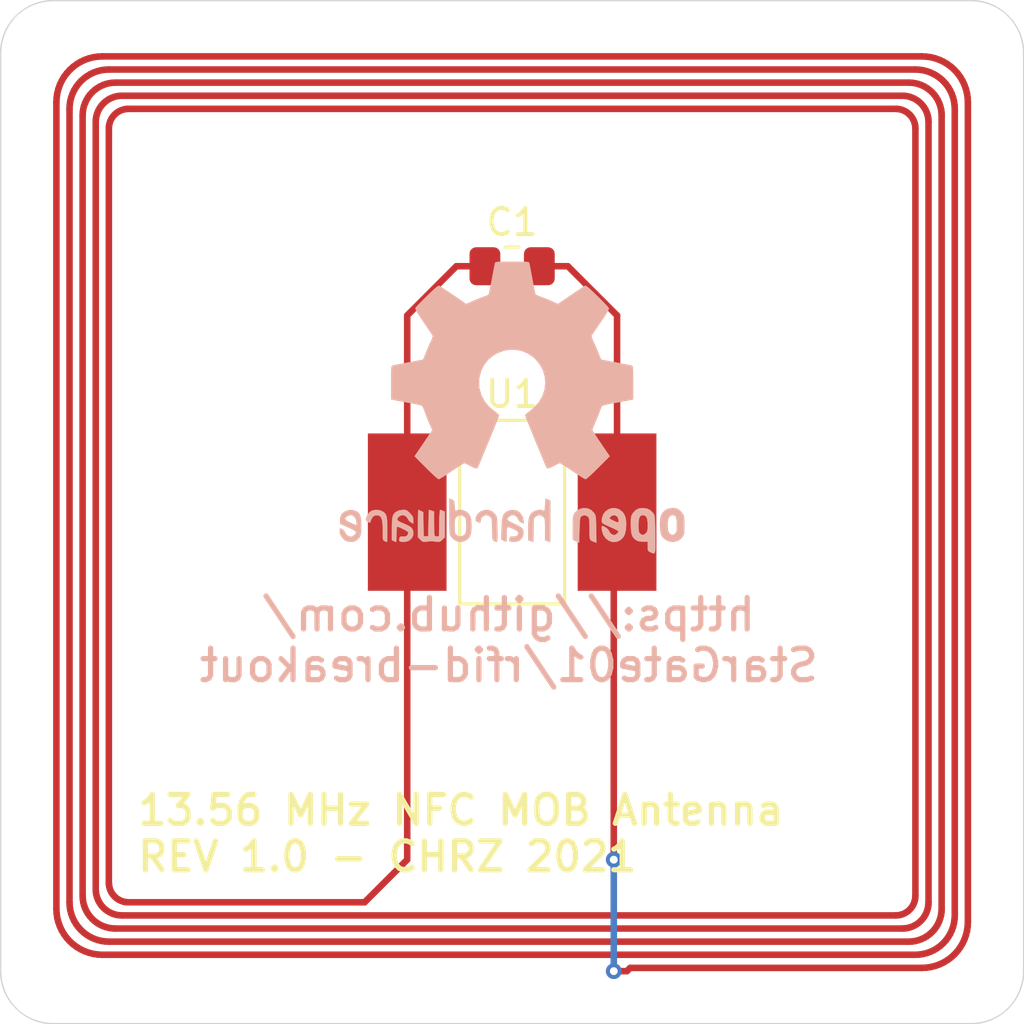
<source format=kicad_pcb>
(kicad_pcb (version 20171130) (host pcbnew 5.1.10)

  (general
    (thickness 1.6)
    (drawings 14)
    (tracks 358)
    (zones 0)
    (modules 3)
    (nets 2)
  )

  (page A4)
  (layers
    (0 F.Cu signal)
    (31 B.Cu signal)
    (32 B.Adhes user)
    (33 F.Adhes user)
    (34 B.Paste user)
    (35 F.Paste user)
    (36 B.SilkS user)
    (37 F.SilkS user)
    (38 B.Mask user)
    (39 F.Mask user)
    (40 Dwgs.User user)
    (41 Cmts.User user)
    (42 Eco1.User user)
    (43 Eco2.User user)
    (44 Edge.Cuts user)
    (45 Margin user)
    (46 B.CrtYd user)
    (47 F.CrtYd user)
    (48 B.Fab user)
    (49 F.Fab user)
  )

  (setup
    (last_trace_width 0.25)
    (trace_clearance 0.2)
    (zone_clearance 0.508)
    (zone_45_only no)
    (trace_min 0.2)
    (via_size 0.8)
    (via_drill 0.4)
    (via_min_size 0.4)
    (via_min_drill 0.3)
    (user_via 0.6 0.3)
    (uvia_size 0.3)
    (uvia_drill 0.1)
    (uvias_allowed no)
    (uvia_min_size 0.2)
    (uvia_min_drill 0.1)
    (edge_width 0.05)
    (segment_width 0.2)
    (pcb_text_width 0.3)
    (pcb_text_size 1.5 1.5)
    (mod_edge_width 0.12)
    (mod_text_size 1 1)
    (mod_text_width 0.15)
    (pad_size 1.524 1.524)
    (pad_drill 0.762)
    (pad_to_mask_clearance 0)
    (aux_axis_origin 0 0)
    (visible_elements FFFFFF7F)
    (pcbplotparams
      (layerselection 0x010f0_ffffffff)
      (usegerberextensions true)
      (usegerberattributes false)
      (usegerberadvancedattributes false)
      (creategerberjobfile false)
      (excludeedgelayer true)
      (linewidth 0.150000)
      (plotframeref false)
      (viasonmask false)
      (mode 1)
      (useauxorigin false)
      (hpglpennumber 1)
      (hpglpenspeed 20)
      (hpglpendiameter 15.000000)
      (psnegative false)
      (psa4output false)
      (plotreference true)
      (plotvalue true)
      (plotinvisibletext false)
      (padsonsilk false)
      (subtractmaskfromsilk false)
      (outputformat 1)
      (mirror false)
      (drillshape 0)
      (scaleselection 1)
      (outputdirectory "fabrication/rev1/gerber/"))
  )

  (net 0 "")
  (net 1 "Net-(C1-Pad1)")

  (net_class Default "This is the default net class."
    (clearance 0.2)
    (trace_width 0.25)
    (via_dia 0.8)
    (via_drill 0.4)
    (uvia_dia 0.3)
    (uvia_drill 0.1)
    (add_net "Net-(C1-Pad1)")
  )

  (module Symbol:OSHW-Logo2_14.6x12mm_SilkScreen (layer B.Cu) (tedit 0) (tstamp 6171FD65)
    (at 146.625 95.875 180)
    (descr "Open Source Hardware Symbol")
    (tags "Logo Symbol OSHW")
    (attr virtual)
    (fp_text reference REF** (at 0 0) (layer B.SilkS) hide
      (effects (font (size 1 1) (thickness 0.15)) (justify mirror))
    )
    (fp_text value OSHW-Logo2_14.6x12mm_SilkScreen (at 0.75 0) (layer B.Fab) hide
      (effects (font (size 1 1) (thickness 0.15)) (justify mirror))
    )
    (fp_poly (pts (xy 0.209014 5.547002) (xy 0.367006 5.546137) (xy 0.481347 5.543795) (xy 0.559407 5.539238)
      (xy 0.608554 5.53173) (xy 0.636159 5.520534) (xy 0.649592 5.504912) (xy 0.656221 5.484127)
      (xy 0.656865 5.481437) (xy 0.666935 5.432887) (xy 0.685575 5.337095) (xy 0.710845 5.204257)
      (xy 0.740807 5.044569) (xy 0.773522 4.868226) (xy 0.774664 4.862033) (xy 0.807433 4.689218)
      (xy 0.838093 4.536531) (xy 0.864664 4.413129) (xy 0.885167 4.328169) (xy 0.897626 4.29081)
      (xy 0.89822 4.290148) (xy 0.934919 4.271905) (xy 1.010586 4.241503) (xy 1.108878 4.205507)
      (xy 1.109425 4.205315) (xy 1.233233 4.158778) (xy 1.379196 4.099496) (xy 1.516781 4.039891)
      (xy 1.523293 4.036944) (xy 1.74739 3.935235) (xy 2.243619 4.274103) (xy 2.395846 4.377408)
      (xy 2.533741 4.469763) (xy 2.649315 4.545916) (xy 2.734579 4.600615) (xy 2.781544 4.628607)
      (xy 2.786004 4.630683) (xy 2.820134 4.62144) (xy 2.883881 4.576844) (xy 2.979731 4.494791)
      (xy 3.110169 4.373179) (xy 3.243328 4.243795) (xy 3.371694 4.116298) (xy 3.486581 3.999954)
      (xy 3.581073 3.901948) (xy 3.648253 3.829464) (xy 3.681206 3.789687) (xy 3.682432 3.787639)
      (xy 3.686074 3.760344) (xy 3.67235 3.715766) (xy 3.637869 3.647888) (xy 3.579239 3.550689)
      (xy 3.49307 3.418149) (xy 3.3782 3.247524) (xy 3.276254 3.097345) (xy 3.185123 2.96265)
      (xy 3.110073 2.85126) (xy 3.056369 2.770995) (xy 3.02928 2.729675) (xy 3.027574 2.72687)
      (xy 3.030882 2.687279) (xy 3.055953 2.610331) (xy 3.097798 2.510568) (xy 3.112712 2.478709)
      (xy 3.177786 2.336774) (xy 3.247212 2.175727) (xy 3.303609 2.036379) (xy 3.344247 1.932956)
      (xy 3.376526 1.854358) (xy 3.395178 1.81328) (xy 3.397497 1.810115) (xy 3.431803 1.804872)
      (xy 3.512669 1.790506) (xy 3.629343 1.769063) (xy 3.771075 1.742587) (xy 3.92711 1.713123)
      (xy 4.086698 1.682717) (xy 4.239085 1.653412) (xy 4.373521 1.627255) (xy 4.479252 1.60629)
      (xy 4.545526 1.592561) (xy 4.561782 1.58868) (xy 4.578573 1.5791) (xy 4.591249 1.557464)
      (xy 4.600378 1.516469) (xy 4.606531 1.448811) (xy 4.61028 1.347188) (xy 4.612192 1.204297)
      (xy 4.61284 1.012835) (xy 4.612874 0.934355) (xy 4.612874 0.296094) (xy 4.459598 0.26584)
      (xy 4.374322 0.249436) (xy 4.24707 0.225491) (xy 4.093315 0.196893) (xy 3.928534 0.166533)
      (xy 3.882989 0.158194) (xy 3.730932 0.12863) (xy 3.598468 0.099558) (xy 3.496714 0.073671)
      (xy 3.436788 0.053663) (xy 3.426805 0.047699) (xy 3.402293 0.005466) (xy 3.367148 -0.07637)
      (xy 3.328173 -0.181683) (xy 3.320442 -0.204368) (xy 3.26936 -0.345018) (xy 3.205954 -0.503714)
      (xy 3.143904 -0.646225) (xy 3.143598 -0.646886) (xy 3.040267 -0.87044) (xy 3.719961 -1.870232)
      (xy 3.283621 -2.3073) (xy 3.151649 -2.437381) (xy 3.031279 -2.552048) (xy 2.929273 -2.645181)
      (xy 2.852391 -2.710658) (xy 2.807393 -2.742357) (xy 2.800938 -2.744368) (xy 2.76304 -2.728529)
      (xy 2.685708 -2.684496) (xy 2.577389 -2.61749) (xy 2.446532 -2.532734) (xy 2.305052 -2.437816)
      (xy 2.161461 -2.340998) (xy 2.033435 -2.256751) (xy 1.929105 -2.190258) (xy 1.8566 -2.146702)
      (xy 1.824158 -2.131264) (xy 1.784576 -2.144328) (xy 1.709519 -2.17875) (xy 1.614468 -2.22738)
      (xy 1.604392 -2.232785) (xy 1.476391 -2.29698) (xy 1.388618 -2.328463) (xy 1.334028 -2.328798)
      (xy 1.305575 -2.299548) (xy 1.30541 -2.299138) (xy 1.291188 -2.264498) (xy 1.257269 -2.182269)
      (xy 1.206284 -2.058814) (xy 1.140862 -1.900498) (xy 1.063634 -1.713686) (xy 0.977229 -1.504742)
      (xy 0.893551 -1.302446) (xy 0.801588 -1.0792) (xy 0.71715 -0.872392) (xy 0.642769 -0.688362)
      (xy 0.580974 -0.533451) (xy 0.534297 -0.413996) (xy 0.505268 -0.336339) (xy 0.496322 -0.307356)
      (xy 0.518756 -0.27411) (xy 0.577439 -0.221123) (xy 0.655689 -0.162704) (xy 0.878534 0.022048)
      (xy 1.052718 0.233818) (xy 1.176154 0.468144) (xy 1.246754 0.720566) (xy 1.262431 0.986623)
      (xy 1.251036 1.109425) (xy 1.18895 1.364207) (xy 1.082023 1.589199) (xy 0.936889 1.782183)
      (xy 0.760178 1.940939) (xy 0.558522 2.06325) (xy 0.338554 2.146895) (xy 0.106906 2.189656)
      (xy -0.129791 2.189313) (xy -0.364905 2.143648) (xy -0.591804 2.050441) (xy -0.803856 1.907473)
      (xy -0.892364 1.826617) (xy -1.062111 1.618993) (xy -1.180301 1.392105) (xy -1.247722 1.152567)
      (xy -1.26516 0.906993) (xy -1.233402 0.661997) (xy -1.153235 0.424192) (xy -1.025445 0.200193)
      (xy -0.85082 -0.003387) (xy -0.655688 -0.162704) (xy -0.574409 -0.223602) (xy -0.516991 -0.276015)
      (xy -0.496322 -0.307406) (xy -0.507144 -0.341639) (xy -0.537923 -0.423419) (xy -0.586126 -0.546407)
      (xy -0.649222 -0.704263) (xy -0.724678 -0.890649) (xy -0.809962 -1.099226) (xy -0.893781 -1.302496)
      (xy -0.986255 -1.525933) (xy -1.071911 -1.732984) (xy -1.148118 -1.917286) (xy -1.212247 -2.072475)
      (xy -1.261668 -2.192188) (xy -1.293752 -2.270061) (xy -1.305641 -2.299138) (xy -1.333726 -2.328677)
      (xy -1.388051 -2.328591) (xy -1.475605 -2.297326) (xy -1.603381 -2.233329) (xy -1.604392 -2.232785)
      (xy -1.700598 -2.183121) (xy -1.778369 -2.146945) (xy -1.822223 -2.131408) (xy -1.824158 -2.131264)
      (xy -1.857171 -2.147024) (xy -1.930054 -2.19085) (xy -2.034678 -2.257557) (xy -2.16291 -2.341964)
      (xy -2.305052 -2.437816) (xy -2.449767 -2.534867) (xy -2.580196 -2.61927) (xy -2.68789 -2.685801)
      (xy -2.764402 -2.729238) (xy -2.800938 -2.744368) (xy -2.834582 -2.724482) (xy -2.902224 -2.668903)
      (xy -2.997107 -2.583754) (xy -3.11247 -2.475153) (xy -3.241555 -2.349221) (xy -3.283771 -2.307149)
      (xy -3.720261 -1.869931) (xy -3.388023 -1.38234) (xy -3.287054 -1.232605) (xy -3.198438 -1.09822)
      (xy -3.127146 -0.986969) (xy -3.07815 -0.906639) (xy -3.056422 -0.865014) (xy -3.055785 -0.862053)
      (xy -3.06724 -0.822818) (xy -3.098051 -0.743895) (xy -3.142884 -0.638509) (xy -3.174353 -0.567954)
      (xy -3.233192 -0.432876) (xy -3.288604 -0.296409) (xy -3.331564 -0.181103) (xy -3.343234 -0.145977)
      (xy -3.376389 -0.052174) (xy -3.408799 0.020306) (xy -3.426601 0.047699) (xy -3.465886 0.064464)
      (xy -3.551626 0.08823) (xy -3.672697 0.116303) (xy -3.817973 0.145991) (xy -3.882988 0.158194)
      (xy -4.048087 0.188532) (xy -4.206448 0.217907) (xy -4.342596 0.243431) (xy -4.441057 0.262215)
      (xy -4.459598 0.26584) (xy -4.612873 0.296094) (xy -4.612873 0.934355) (xy -4.612529 1.14423)
      (xy -4.611116 1.30302) (xy -4.608064 1.418027) (xy -4.602803 1.496554) (xy -4.594763 1.545904)
      (xy -4.583373 1.573381) (xy -4.568063 1.586287) (xy -4.561782 1.58868) (xy -4.523896 1.597167)
      (xy -4.440195 1.6141) (xy -4.321433 1.637434) (xy -4.178361 1.665125) (xy -4.021732 1.695127)
      (xy -3.862297 1.725396) (xy -3.710809 1.753885) (xy -3.578019 1.778551) (xy -3.474681 1.797349)
      (xy -3.411545 1.808233) (xy -3.397497 1.810115) (xy -3.38477 1.835296) (xy -3.3566 1.902378)
      (xy -3.318252 1.998667) (xy -3.303609 2.036379) (xy -3.244548 2.182079) (xy -3.175 2.343049)
      (xy -3.112712 2.478709) (xy -3.066879 2.582439) (xy -3.036387 2.667674) (xy -3.026208 2.719874)
      (xy -3.027831 2.72687) (xy -3.049343 2.759898) (xy -3.098465 2.833357) (xy -3.169923 2.939423)
      (xy -3.258445 3.070274) (xy -3.358759 3.218088) (xy -3.378594 3.247266) (xy -3.494988 3.420137)
      (xy -3.580548 3.551774) (xy -3.638684 3.648239) (xy -3.672808 3.715592) (xy -3.686331 3.759894)
      (xy -3.682664 3.787206) (xy -3.68257 3.78738) (xy -3.653707 3.823254) (xy -3.589867 3.892609)
      (xy -3.497969 3.988255) (xy -3.384933 4.103001) (xy -3.257679 4.229659) (xy -3.243328 4.243795)
      (xy -3.082957 4.399097) (xy -2.959195 4.51313) (xy -2.869555 4.587998) (xy -2.811552 4.625804)
      (xy -2.786004 4.630683) (xy -2.748718 4.609397) (xy -2.671343 4.560227) (xy -2.561867 4.488425)
      (xy -2.42828 4.399245) (xy -2.27857 4.297937) (xy -2.243618 4.274103) (xy -1.74739 3.935235)
      (xy -1.523293 4.036944) (xy -1.387011 4.096217) (xy -1.240724 4.15583) (xy -1.114965 4.20336)
      (xy -1.109425 4.205315) (xy -1.011057 4.241323) (xy -0.935229 4.271771) (xy -0.898282 4.290095)
      (xy -0.89822 4.290148) (xy -0.886496 4.323271) (xy -0.866568 4.404733) (xy -0.840413 4.525375)
      (xy -0.81001 4.676041) (xy -0.777337 4.847572) (xy -0.774664 4.862033) (xy -0.74189 5.038765)
      (xy -0.711802 5.19919) (xy -0.686339 5.333112) (xy -0.667441 5.430337) (xy -0.657047 5.480668)
      (xy -0.656865 5.481437) (xy -0.650539 5.502847) (xy -0.638239 5.519012) (xy -0.612594 5.530669)
      (xy -0.566235 5.538555) (xy -0.491792 5.543407) (xy -0.381895 5.545961) (xy -0.229175 5.546955)
      (xy -0.026262 5.547126) (xy 0 5.547126) (xy 0.209014 5.547002)) (layer B.SilkS) (width 0.01))
    (fp_poly (pts (xy 6.343439 -3.95654) (xy 6.45895 -4.032034) (xy 6.514664 -4.099617) (xy 6.558804 -4.222255)
      (xy 6.562309 -4.319298) (xy 6.554368 -4.449056) (xy 6.255115 -4.580039) (xy 6.109611 -4.646958)
      (xy 6.014537 -4.70079) (xy 5.965101 -4.747416) (xy 5.956511 -4.79272) (xy 5.983972 -4.842582)
      (xy 6.014253 -4.875632) (xy 6.102363 -4.928633) (xy 6.198196 -4.932347) (xy 6.286212 -4.891041)
      (xy 6.350869 -4.808983) (xy 6.362433 -4.780008) (xy 6.417825 -4.689509) (xy 6.481553 -4.65094)
      (xy 6.568966 -4.617946) (xy 6.568966 -4.743034) (xy 6.561238 -4.828156) (xy 6.530966 -4.899938)
      (xy 6.467518 -4.982356) (xy 6.458088 -4.993066) (xy 6.387513 -5.066391) (xy 6.326847 -5.105742)
      (xy 6.25095 -5.123845) (xy 6.18803 -5.129774) (xy 6.075487 -5.131251) (xy 5.99537 -5.112535)
      (xy 5.94539 -5.084747) (xy 5.866838 -5.023641) (xy 5.812463 -4.957554) (xy 5.778052 -4.874441)
      (xy 5.759388 -4.762254) (xy 5.752256 -4.608946) (xy 5.751687 -4.531136) (xy 5.753622 -4.437853)
      (xy 5.929899 -4.437853) (xy 5.931944 -4.487896) (xy 5.937039 -4.496092) (xy 5.970666 -4.484958)
      (xy 6.04303 -4.455493) (xy 6.139747 -4.413601) (xy 6.159973 -4.404597) (xy 6.282203 -4.342442)
      (xy 6.349547 -4.287815) (xy 6.364348 -4.236649) (xy 6.328947 -4.184876) (xy 6.299711 -4.162)
      (xy 6.194216 -4.11625) (xy 6.095476 -4.123808) (xy 6.012812 -4.179651) (xy 5.955548 -4.278753)
      (xy 5.937188 -4.357414) (xy 5.929899 -4.437853) (xy 5.753622 -4.437853) (xy 5.755459 -4.349351)
      (xy 5.769359 -4.214853) (xy 5.796894 -4.116916) (xy 5.841572 -4.044811) (xy 5.906901 -3.987813)
      (xy 5.935383 -3.969393) (xy 6.064763 -3.921422) (xy 6.206412 -3.918403) (xy 6.343439 -3.95654)) (layer B.SilkS) (width 0.01))
    (fp_poly (pts (xy 5.33569 -3.940018) (xy 5.370585 -3.955269) (xy 5.453877 -4.021235) (xy 5.525103 -4.116618)
      (xy 5.569153 -4.218406) (xy 5.576322 -4.268587) (xy 5.552285 -4.338647) (xy 5.499561 -4.375717)
      (xy 5.443031 -4.398164) (xy 5.417146 -4.4023) (xy 5.404542 -4.372283) (xy 5.379654 -4.306961)
      (xy 5.368735 -4.277445) (xy 5.307508 -4.175348) (xy 5.218861 -4.124423) (xy 5.105193 -4.125989)
      (xy 5.096774 -4.127994) (xy 5.036088 -4.156767) (xy 4.991474 -4.212859) (xy 4.961002 -4.303163)
      (xy 4.942744 -4.434571) (xy 4.934771 -4.613974) (xy 4.934023 -4.709433) (xy 4.933652 -4.859913)
      (xy 4.931223 -4.962495) (xy 4.92476 -5.027672) (xy 4.912288 -5.065938) (xy 4.891833 -5.087785)
      (xy 4.861419 -5.103707) (xy 4.859661 -5.104509) (xy 4.801091 -5.129272) (xy 4.772075 -5.138391)
      (xy 4.767616 -5.110822) (xy 4.763799 -5.03462) (xy 4.760899 -4.919541) (xy 4.759191 -4.775341)
      (xy 4.758851 -4.669814) (xy 4.760588 -4.465613) (xy 4.767382 -4.310697) (xy 4.781607 -4.196024)
      (xy 4.805638 -4.112551) (xy 4.841848 -4.051236) (xy 4.892612 -4.003034) (xy 4.942739 -3.969393)
      (xy 5.063275 -3.924619) (xy 5.203557 -3.914521) (xy 5.33569 -3.940018)) (layer B.SilkS) (width 0.01))
    (fp_poly (pts (xy 4.314406 -3.935156) (xy 4.398469 -3.973393) (xy 4.46445 -4.019726) (xy 4.512794 -4.071532)
      (xy 4.546172 -4.138363) (xy 4.567253 -4.229769) (xy 4.578707 -4.355301) (xy 4.583203 -4.524508)
      (xy 4.583678 -4.635933) (xy 4.583678 -5.070627) (xy 4.509316 -5.104509) (xy 4.450746 -5.129272)
      (xy 4.42173 -5.138391) (xy 4.416179 -5.111257) (xy 4.411775 -5.038094) (xy 4.409078 -4.931263)
      (xy 4.408506 -4.846437) (xy 4.406046 -4.723887) (xy 4.399412 -4.626668) (xy 4.389726 -4.567134)
      (xy 4.382032 -4.554483) (xy 4.330311 -4.567402) (xy 4.249117 -4.600539) (xy 4.155102 -4.645461)
      (xy 4.064917 -4.693735) (xy 3.995215 -4.736928) (xy 3.962648 -4.766608) (xy 3.962519 -4.766929)
      (xy 3.96532 -4.821857) (xy 3.990439 -4.874292) (xy 4.034541 -4.916881) (xy 4.098909 -4.931126)
      (xy 4.153921 -4.929466) (xy 4.231835 -4.928245) (xy 4.272732 -4.946498) (xy 4.297295 -4.994726)
      (xy 4.300392 -5.00382) (xy 4.31104 -5.072598) (xy 4.282565 -5.11436) (xy 4.208344 -5.134263)
      (xy 4.128168 -5.137944) (xy 3.98389 -5.110658) (xy 3.909203 -5.07169) (xy 3.816963 -4.980148)
      (xy 3.768043 -4.867782) (xy 3.763654 -4.749051) (xy 3.805001 -4.638411) (xy 3.867197 -4.56908)
      (xy 3.929294 -4.530265) (xy 4.026895 -4.481125) (xy 4.140632 -4.431292) (xy 4.15959 -4.423677)
      (xy 4.284521 -4.368545) (xy 4.356539 -4.319954) (xy 4.3797 -4.271647) (xy 4.358064 -4.21737)
      (xy 4.32092 -4.174943) (xy 4.233127 -4.122702) (xy 4.13653 -4.118784) (xy 4.047944 -4.159041)
      (xy 3.984186 -4.239326) (xy 3.975817 -4.26004) (xy 3.927096 -4.336225) (xy 3.855965 -4.392785)
      (xy 3.766207 -4.439201) (xy 3.766207 -4.307584) (xy 3.77149 -4.227168) (xy 3.794142 -4.163786)
      (xy 3.844367 -4.096163) (xy 3.892582 -4.044076) (xy 3.967554 -3.970322) (xy 4.025806 -3.930702)
      (xy 4.088372 -3.91481) (xy 4.159193 -3.912184) (xy 4.314406 -3.935156)) (layer B.SilkS) (width 0.01))
    (fp_poly (pts (xy 3.580124 -3.93984) (xy 3.584579 -4.016653) (xy 3.588071 -4.133391) (xy 3.590315 -4.280821)
      (xy 3.591035 -4.435455) (xy 3.591035 -4.958727) (xy 3.498645 -5.051117) (xy 3.434978 -5.108047)
      (xy 3.379089 -5.131107) (xy 3.302702 -5.129647) (xy 3.27238 -5.125934) (xy 3.17761 -5.115126)
      (xy 3.099222 -5.108933) (xy 3.080115 -5.108361) (xy 3.015699 -5.112102) (xy 2.923571 -5.121494)
      (xy 2.88785 -5.125934) (xy 2.800114 -5.132801) (xy 2.741153 -5.117885) (xy 2.68269 -5.071835)
      (xy 2.661585 -5.051117) (xy 2.569195 -4.958727) (xy 2.569195 -3.979947) (xy 2.643558 -3.946066)
      (xy 2.70759 -3.92097) (xy 2.745052 -3.912184) (xy 2.754657 -3.93995) (xy 2.763635 -4.01753)
      (xy 2.771386 -4.136348) (xy 2.777314 -4.287828) (xy 2.780173 -4.415805) (xy 2.788161 -4.919425)
      (xy 2.857848 -4.929278) (xy 2.921229 -4.922389) (xy 2.952286 -4.900083) (xy 2.960967 -4.858379)
      (xy 2.968378 -4.769544) (xy 2.973931 -4.644834) (xy 2.977036 -4.495507) (xy 2.977484 -4.418661)
      (xy 2.977931 -3.976287) (xy 3.069874 -3.944235) (xy 3.134949 -3.922443) (xy 3.170347 -3.912281)
      (xy 3.171368 -3.912184) (xy 3.17492 -3.939809) (xy 3.178823 -4.016411) (xy 3.182751 -4.132579)
      (xy 3.186376 -4.278904) (xy 3.188908 -4.415805) (xy 3.196897 -4.919425) (xy 3.372069 -4.919425)
      (xy 3.380107 -4.459965) (xy 3.388146 -4.000505) (xy 3.473543 -3.956344) (xy 3.536593 -3.926019)
      (xy 3.57391 -3.912258) (xy 3.574987 -3.912184) (xy 3.580124 -3.93984)) (layer B.SilkS) (width 0.01))
    (fp_poly (pts (xy 2.393914 -4.154455) (xy 2.393543 -4.372661) (xy 2.392108 -4.540519) (xy 2.389002 -4.66607)
      (xy 2.383622 -4.757355) (xy 2.375362 -4.822415) (xy 2.363616 -4.869291) (xy 2.347781 -4.906024)
      (xy 2.33579 -4.926991) (xy 2.23649 -5.040694) (xy 2.110588 -5.111965) (xy 1.971291 -5.137538)
      (xy 1.831805 -5.11415) (xy 1.748743 -5.072119) (xy 1.661545 -4.999411) (xy 1.602117 -4.910612)
      (xy 1.566261 -4.79432) (xy 1.549781 -4.639135) (xy 1.547447 -4.525287) (xy 1.547761 -4.517106)
      (xy 1.751724 -4.517106) (xy 1.75297 -4.647657) (xy 1.758678 -4.73408) (xy 1.771804 -4.790618)
      (xy 1.795306 -4.831514) (xy 1.823386 -4.862362) (xy 1.917688 -4.921905) (xy 2.01894 -4.926992)
      (xy 2.114636 -4.877279) (xy 2.122084 -4.870543) (xy 2.153874 -4.835502) (xy 2.173808 -4.793811)
      (xy 2.1846 -4.731762) (xy 2.188965 -4.635644) (xy 2.189655 -4.529379) (xy 2.188159 -4.39588)
      (xy 2.181964 -4.306822) (xy 2.168514 -4.248293) (xy 2.145251 -4.206382) (xy 2.126175 -4.184123)
      (xy 2.037563 -4.127985) (xy 1.935508 -4.121235) (xy 1.838095 -4.164114) (xy 1.819296 -4.180032)
      (xy 1.787293 -4.215382) (xy 1.767318 -4.257502) (xy 1.756593 -4.320251) (xy 1.752339 -4.417487)
      (xy 1.751724 -4.517106) (xy 1.547761 -4.517106) (xy 1.554504 -4.341947) (xy 1.578472 -4.204195)
      (xy 1.623548 -4.100632) (xy 1.693928 -4.019856) (xy 1.748743 -3.978455) (xy 1.848376 -3.933728)
      (xy 1.963855 -3.912967) (xy 2.071199 -3.918525) (xy 2.131264 -3.940943) (xy 2.154835 -3.947323)
      (xy 2.170477 -3.923535) (xy 2.181395 -3.859788) (xy 2.189655 -3.762687) (xy 2.198699 -3.654541)
      (xy 2.211261 -3.589475) (xy 2.234119 -3.552268) (xy 2.274051 -3.527699) (xy 2.299138 -3.516819)
      (xy 2.394023 -3.477072) (xy 2.393914 -4.154455)) (layer B.SilkS) (width 0.01))
    (fp_poly (pts (xy 1.065943 -3.92192) (xy 1.198565 -3.970859) (xy 1.30601 -4.057419) (xy 1.348032 -4.118352)
      (xy 1.393843 -4.230161) (xy 1.392891 -4.311006) (xy 1.344808 -4.365378) (xy 1.327017 -4.374624)
      (xy 1.250204 -4.40345) (xy 1.210976 -4.396065) (xy 1.197689 -4.347658) (xy 1.197012 -4.32092)
      (xy 1.172686 -4.222548) (xy 1.109281 -4.153734) (xy 1.021154 -4.120498) (xy 0.922663 -4.128861)
      (xy 0.842602 -4.172296) (xy 0.815561 -4.197072) (xy 0.796394 -4.227129) (xy 0.783446 -4.272565)
      (xy 0.775064 -4.343476) (xy 0.769593 -4.44996) (xy 0.765378 -4.602112) (xy 0.764287 -4.650287)
      (xy 0.760307 -4.815095) (xy 0.755781 -4.931088) (xy 0.748995 -5.007833) (xy 0.738231 -5.054893)
      (xy 0.721773 -5.081835) (xy 0.697906 -5.098223) (xy 0.682626 -5.105463) (xy 0.617733 -5.13022)
      (xy 0.579534 -5.138391) (xy 0.566912 -5.111103) (xy 0.559208 -5.028603) (xy 0.55638 -4.889941)
      (xy 0.558386 -4.694162) (xy 0.559011 -4.663965) (xy 0.563421 -4.485349) (xy 0.568635 -4.354923)
      (xy 0.576055 -4.262492) (xy 0.587082 -4.197858) (xy 0.603117 -4.150825) (xy 0.625561 -4.111196)
      (xy 0.637302 -4.094215) (xy 0.704619 -4.01908) (xy 0.77991 -3.960638) (xy 0.789128 -3.955536)
      (xy 0.924133 -3.91526) (xy 1.065943 -3.92192)) (layer B.SilkS) (width 0.01))
    (fp_poly (pts (xy 0.079944 -3.92436) (xy 0.194343 -3.966842) (xy 0.195652 -3.967658) (xy 0.266403 -4.01973)
      (xy 0.318636 -4.080584) (xy 0.355371 -4.159887) (xy 0.379634 -4.267309) (xy 0.394445 -4.412517)
      (xy 0.402829 -4.605179) (xy 0.403564 -4.632628) (xy 0.41412 -5.046521) (xy 0.325291 -5.092456)
      (xy 0.261018 -5.123498) (xy 0.22221 -5.138206) (xy 0.220415 -5.138391) (xy 0.2137 -5.11125)
      (xy 0.208365 -5.038041) (xy 0.205083 -4.931081) (xy 0.204368 -4.844469) (xy 0.204351 -4.704162)
      (xy 0.197937 -4.616051) (xy 0.17558 -4.574025) (xy 0.127732 -4.571975) (xy 0.044849 -4.60379)
      (xy -0.080287 -4.662272) (xy -0.172303 -4.710845) (xy -0.219629 -4.752986) (xy -0.233542 -4.798916)
      (xy -0.233563 -4.801189) (xy -0.210605 -4.880311) (xy -0.14263 -4.923055) (xy -0.038602 -4.929246)
      (xy 0.03633 -4.928172) (xy 0.075839 -4.949753) (xy 0.100478 -5.001591) (xy 0.114659 -5.067632)
      (xy 0.094223 -5.105104) (xy 0.086528 -5.110467) (xy 0.014083 -5.132006) (xy -0.087367 -5.135055)
      (xy -0.191843 -5.120778) (xy -0.265875 -5.094688) (xy -0.368228 -5.007785) (xy -0.426409 -4.886816)
      (xy -0.437931 -4.792308) (xy -0.429138 -4.707062) (xy -0.39732 -4.637476) (xy -0.334316 -4.575672)
      (xy -0.231969 -4.513772) (xy -0.082118 -4.443897) (xy -0.072988 -4.439948) (xy 0.061997 -4.377588)
      (xy 0.145294 -4.326446) (xy 0.180997 -4.280488) (xy 0.173203 -4.233683) (xy 0.126007 -4.179998)
      (xy 0.111894 -4.167644) (xy 0.017359 -4.119741) (xy -0.080594 -4.121758) (xy -0.165903 -4.168724)
      (xy -0.222504 -4.255669) (xy -0.227763 -4.272734) (xy -0.278977 -4.355504) (xy -0.343963 -4.395372)
      (xy -0.437931 -4.434882) (xy -0.437931 -4.332658) (xy -0.409347 -4.184072) (xy -0.324505 -4.047784)
      (xy -0.280355 -4.002191) (xy -0.179995 -3.943674) (xy -0.052365 -3.917184) (xy 0.079944 -3.92436)) (layer B.SilkS) (width 0.01))
    (fp_poly (pts (xy -1.255402 -3.723857) (xy -1.246846 -3.843188) (xy -1.237019 -3.913506) (xy -1.223401 -3.944179)
      (xy -1.203473 -3.944571) (xy -1.197011 -3.94091) (xy -1.11106 -3.914398) (xy -0.999255 -3.915946)
      (xy -0.885586 -3.943199) (xy -0.81449 -3.978455) (xy -0.741595 -4.034778) (xy -0.688307 -4.098519)
      (xy -0.651725 -4.17951) (xy -0.62895 -4.287586) (xy -0.617081 -4.43258) (xy -0.613218 -4.624326)
      (xy -0.613149 -4.661109) (xy -0.613103 -5.074288) (xy -0.705046 -5.106339) (xy -0.770348 -5.128144)
      (xy -0.806176 -5.138297) (xy -0.80723 -5.138391) (xy -0.810758 -5.11086) (xy -0.813761 -5.034923)
      (xy -0.81601 -4.920565) (xy -0.817276 -4.777769) (xy -0.817471 -4.690951) (xy -0.817877 -4.519773)
      (xy -0.819968 -4.397088) (xy -0.825053 -4.313) (xy -0.83444 -4.257614) (xy -0.849439 -4.221032)
      (xy -0.871358 -4.193359) (xy -0.885043 -4.180032) (xy -0.979051 -4.126328) (xy -1.081636 -4.122307)
      (xy -1.17471 -4.167725) (xy -1.191922 -4.184123) (xy -1.217168 -4.214957) (xy -1.23468 -4.251531)
      (xy -1.245858 -4.304415) (xy -1.252104 -4.384177) (xy -1.254818 -4.501385) (xy -1.255402 -4.662991)
      (xy -1.255402 -5.074288) (xy -1.347345 -5.106339) (xy -1.412647 -5.128144) (xy -1.448475 -5.138297)
      (xy -1.449529 -5.138391) (xy -1.452225 -5.110448) (xy -1.454655 -5.03163) (xy -1.456722 -4.909453)
      (xy -1.458329 -4.751432) (xy -1.459377 -4.565083) (xy -1.459769 -4.35792) (xy -1.45977 -4.348706)
      (xy -1.45977 -3.55902) (xy -1.364885 -3.518997) (xy -1.27 -3.478973) (xy -1.255402 -3.723857)) (layer B.SilkS) (width 0.01))
    (fp_poly (pts (xy -3.684448 -3.884676) (xy -3.569342 -3.962111) (xy -3.480389 -4.073949) (xy -3.427251 -4.216265)
      (xy -3.416503 -4.321015) (xy -3.417724 -4.364726) (xy -3.427944 -4.398194) (xy -3.456039 -4.428179)
      (xy -3.510884 -4.46144) (xy -3.601355 -4.504738) (xy -3.736328 -4.564833) (xy -3.737011 -4.565134)
      (xy -3.861249 -4.622037) (xy -3.963127 -4.672565) (xy -4.032233 -4.71128) (xy -4.058154 -4.73274)
      (xy -4.058161 -4.732913) (xy -4.035315 -4.779644) (xy -3.981891 -4.831154) (xy -3.920558 -4.868261)
      (xy -3.889485 -4.875632) (xy -3.804711 -4.850138) (xy -3.731707 -4.786291) (xy -3.696087 -4.716094)
      (xy -3.66182 -4.664343) (xy -3.594697 -4.605409) (xy -3.515792 -4.554496) (xy -3.446179 -4.526809)
      (xy -3.431623 -4.525287) (xy -3.415237 -4.550321) (xy -3.41425 -4.614311) (xy -3.426292 -4.700593)
      (xy -3.448993 -4.792501) (xy -3.479986 -4.873369) (xy -3.481552 -4.876509) (xy -3.574819 -5.006734)
      (xy -3.695696 -5.095311) (xy -3.832973 -5.138786) (xy -3.97544 -5.133706) (xy -4.111888 -5.076616)
      (xy -4.117955 -5.072602) (xy -4.22529 -4.975326) (xy -4.295868 -4.848409) (xy -4.334926 -4.681526)
      (xy -4.340168 -4.634639) (xy -4.349452 -4.413329) (xy -4.338322 -4.310124) (xy -4.058161 -4.310124)
      (xy -4.054521 -4.374503) (xy -4.034611 -4.393291) (xy -3.984974 -4.379235) (xy -3.906733 -4.346009)
      (xy -3.819274 -4.304359) (xy -3.817101 -4.303256) (xy -3.74297 -4.264265) (xy -3.713219 -4.238244)
      (xy -3.720555 -4.210965) (xy -3.751447 -4.175121) (xy -3.83004 -4.123251) (xy -3.914677 -4.119439)
      (xy -3.990597 -4.157189) (xy -4.043035 -4.230001) (xy -4.058161 -4.310124) (xy -4.338322 -4.310124)
      (xy -4.330356 -4.236261) (xy -4.281366 -4.095829) (xy -4.213164 -3.997447) (xy -4.090065 -3.89803)
      (xy -3.954472 -3.848711) (xy -3.816045 -3.845568) (xy -3.684448 -3.884676)) (layer B.SilkS) (width 0.01))
    (fp_poly (pts (xy -5.951779 -3.866015) (xy -5.814939 -3.937968) (xy -5.713949 -4.053766) (xy -5.678075 -4.128213)
      (xy -5.650161 -4.239992) (xy -5.635871 -4.381227) (xy -5.634516 -4.535371) (xy -5.645405 -4.685879)
      (xy -5.667847 -4.816205) (xy -5.70115 -4.909803) (xy -5.711385 -4.925922) (xy -5.832618 -5.046249)
      (xy -5.976613 -5.118317) (xy -6.132861 -5.139408) (xy -6.290852 -5.106802) (xy -6.33482 -5.087253)
      (xy -6.420444 -5.027012) (xy -6.495592 -4.947135) (xy -6.502694 -4.937004) (xy -6.531561 -4.888181)
      (xy -6.550643 -4.83599) (xy -6.561916 -4.767285) (xy -6.567355 -4.668918) (xy -6.568938 -4.527744)
      (xy -6.568965 -4.496092) (xy -6.568893 -4.486019) (xy -6.277011 -4.486019) (xy -6.275313 -4.619256)
      (xy -6.268628 -4.707674) (xy -6.254575 -4.764785) (xy -6.230771 -4.804102) (xy -6.218621 -4.817241)
      (xy -6.148764 -4.867172) (xy -6.080941 -4.864895) (xy -6.012365 -4.821584) (xy -5.971465 -4.775346)
      (xy -5.947242 -4.707857) (xy -5.933639 -4.601433) (xy -5.932706 -4.58902) (xy -5.930384 -4.396147)
      (xy -5.95465 -4.2529) (xy -6.005176 -4.16016) (xy -6.081632 -4.118807) (xy -6.108924 -4.116552)
      (xy -6.180589 -4.127893) (xy -6.22961 -4.167184) (xy -6.259582 -4.242326) (xy -6.274101 -4.361222)
      (xy -6.277011 -4.486019) (xy -6.568893 -4.486019) (xy -6.567878 -4.345659) (xy -6.563312 -4.240549)
      (xy -6.553312 -4.167714) (xy -6.535921 -4.114108) (xy -6.509184 -4.066681) (xy -6.503276 -4.057864)
      (xy -6.403968 -3.939007) (xy -6.295758 -3.870008) (xy -6.164019 -3.842619) (xy -6.119283 -3.841281)
      (xy -5.951779 -3.866015)) (layer B.SilkS) (width 0.01))
    (fp_poly (pts (xy -2.582571 -3.877719) (xy -2.488877 -3.931914) (xy -2.423736 -3.985707) (xy -2.376093 -4.042066)
      (xy -2.343272 -4.110987) (xy -2.322594 -4.202468) (xy -2.31138 -4.326506) (xy -2.306951 -4.493098)
      (xy -2.306437 -4.612851) (xy -2.306437 -5.053659) (xy -2.430517 -5.109283) (xy -2.554598 -5.164907)
      (xy -2.569195 -4.682095) (xy -2.575227 -4.501779) (xy -2.581555 -4.370901) (xy -2.589394 -4.280511)
      (xy -2.599963 -4.221664) (xy -2.614477 -4.185413) (xy -2.634152 -4.16281) (xy -2.640465 -4.157917)
      (xy -2.736112 -4.119706) (xy -2.832793 -4.134827) (xy -2.890345 -4.174943) (xy -2.913755 -4.20337)
      (xy -2.929961 -4.240672) (xy -2.940259 -4.297223) (xy -2.945951 -4.383394) (xy -2.948336 -4.509558)
      (xy -2.948736 -4.641042) (xy -2.948814 -4.805999) (xy -2.951639 -4.922761) (xy -2.961093 -5.00151)
      (xy -2.98106 -5.052431) (xy -3.015424 -5.085706) (xy -3.068068 -5.11152) (xy -3.138383 -5.138344)
      (xy -3.21518 -5.167542) (xy -3.206038 -4.649346) (xy -3.202357 -4.462539) (xy -3.19805 -4.32449)
      (xy -3.191877 -4.225568) (xy -3.182598 -4.156145) (xy -3.168973 -4.10659) (xy -3.149761 -4.067273)
      (xy -3.126598 -4.032584) (xy -3.014848 -3.92177) (xy -2.878487 -3.857689) (xy -2.730175 -3.842339)
      (xy -2.582571 -3.877719)) (layer B.SilkS) (width 0.01))
    (fp_poly (pts (xy -4.8281 -3.861903) (xy -4.71655 -3.917522) (xy -4.618092 -4.019931) (xy -4.590977 -4.057864)
      (xy -4.561438 -4.1075) (xy -4.542272 -4.161412) (xy -4.531307 -4.233364) (xy -4.526371 -4.337122)
      (xy -4.525287 -4.474101) (xy -4.530182 -4.661815) (xy -4.547196 -4.802758) (xy -4.579823 -4.907908)
      (xy -4.631558 -4.988243) (xy -4.705896 -5.054741) (xy -4.711358 -5.058678) (xy -4.78462 -5.098953)
      (xy -4.87284 -5.11888) (xy -4.985038 -5.123793) (xy -5.167433 -5.123793) (xy -5.167509 -5.300857)
      (xy -5.169207 -5.39947) (xy -5.17955 -5.457314) (xy -5.206578 -5.492006) (xy -5.258332 -5.521164)
      (xy -5.270761 -5.527121) (xy -5.328923 -5.555039) (xy -5.373956 -5.572672) (xy -5.407441 -5.574194)
      (xy -5.430962 -5.553781) (xy -5.4461 -5.505607) (xy -5.454437 -5.423846) (xy -5.457556 -5.302672)
      (xy -5.45704 -5.13626) (xy -5.454471 -4.918785) (xy -5.453668 -4.853736) (xy -5.450778 -4.629502)
      (xy -5.448188 -4.482821) (xy -5.167586 -4.482821) (xy -5.166009 -4.607326) (xy -5.159 -4.688787)
      (xy -5.143142 -4.742515) (xy -5.115019 -4.783823) (xy -5.095925 -4.803971) (xy -5.017865 -4.862921)
      (xy -4.948753 -4.86772) (xy -4.87744 -4.819038) (xy -4.875632 -4.817241) (xy -4.846617 -4.779618)
      (xy -4.828967 -4.728484) (xy -4.820064 -4.649738) (xy -4.817291 -4.529276) (xy -4.817241 -4.502588)
      (xy -4.823942 -4.336583) (xy -4.845752 -4.221505) (xy -4.885235 -4.151254) (xy -4.944956 -4.119729)
      (xy -4.979472 -4.116552) (xy -5.061389 -4.13146) (xy -5.117579 -4.180548) (xy -5.151402 -4.270362)
      (xy -5.16622 -4.407445) (xy -5.167586 -4.482821) (xy -5.448188 -4.482821) (xy -5.447713 -4.455952)
      (xy -5.443753 -4.325382) (xy -5.438174 -4.230087) (xy -5.430254 -4.162364) (xy -5.419269 -4.114507)
      (xy -5.404499 -4.078813) (xy -5.385218 -4.047578) (xy -5.376951 -4.035824) (xy -5.267288 -3.924797)
      (xy -5.128635 -3.861847) (xy -4.968246 -3.844297) (xy -4.8281 -3.861903)) (layer B.SilkS) (width 0.01))
  )

  (module Capacitor_SMD:C_0805_2012Metric_Pad1.18x1.45mm_HandSolder (layer F.Cu) (tedit 5F68FEEF) (tstamp 61721DE8)
    (at 146.625 90.5)
    (descr "Capacitor SMD 0805 (2012 Metric), square (rectangular) end terminal, IPC_7351 nominal with elongated pad for handsoldering. (Body size source: IPC-SM-782 page 76, https://www.pcb-3d.com/wordpress/wp-content/uploads/ipc-sm-782a_amendment_1_and_2.pdf, https://docs.google.com/spreadsheets/d/1BsfQQcO9C6DZCsRaXUlFlo91Tg2WpOkGARC1WS5S8t0/edit?usp=sharing), generated with kicad-footprint-generator")
    (tags "capacitor handsolder")
    (path /6171BD29)
    (attr smd)
    (fp_text reference C1 (at 0 -1.68) (layer F.SilkS)
      (effects (font (size 1 1) (thickness 0.15)))
    )
    (fp_text value C (at 0 1.68) (layer F.Fab)
      (effects (font (size 1 1) (thickness 0.15)))
    )
    (fp_line (start 1.88 0.98) (end -1.88 0.98) (layer F.CrtYd) (width 0.05))
    (fp_line (start 1.88 -0.98) (end 1.88 0.98) (layer F.CrtYd) (width 0.05))
    (fp_line (start -1.88 -0.98) (end 1.88 -0.98) (layer F.CrtYd) (width 0.05))
    (fp_line (start -1.88 0.98) (end -1.88 -0.98) (layer F.CrtYd) (width 0.05))
    (fp_line (start -0.261252 0.735) (end 0.261252 0.735) (layer F.SilkS) (width 0.12))
    (fp_line (start -0.261252 -0.735) (end 0.261252 -0.735) (layer F.SilkS) (width 0.12))
    (fp_line (start 1 0.625) (end -1 0.625) (layer F.Fab) (width 0.1))
    (fp_line (start 1 -0.625) (end 1 0.625) (layer F.Fab) (width 0.1))
    (fp_line (start -1 -0.625) (end 1 -0.625) (layer F.Fab) (width 0.1))
    (fp_line (start -1 0.625) (end -1 -0.625) (layer F.Fab) (width 0.1))
    (fp_text user %R (at 0 0) (layer F.Fab)
      (effects (font (size 0.5 0.5) (thickness 0.08)))
    )
    (pad 1 smd roundrect (at -1.0375 0) (size 1.175 1.45) (layers F.Cu F.Paste F.Mask) (roundrect_rratio 0.2127659574468085)
      (net 1 "Net-(C1-Pad1)"))
    (pad 2 smd roundrect (at 1.0375 0) (size 1.175 1.45) (layers F.Cu F.Paste F.Mask) (roundrect_rratio 0.2127659574468085)
      (net 1 "Net-(C1-Pad1)"))
    (model ${KISYS3DMOD}/Capacitor_SMD.3dshapes/C_0805_2012Metric.wrl
      (at (xyz 0 0 0))
      (scale (xyz 1 1 1))
      (rotate (xyz 0 0 0))
    )
  )

  (module CustomComponents:MOB (layer F.Cu) (tedit 6171C1C4) (tstamp 61721EAE)
    (at 146.625 99.875 270)
    (descr "NXP MOB")
    (tags "mob mob6 mob8 mob10")
    (path /617220D5)
    (attr smd)
    (fp_text reference U1 (at -4.5 0) (layer F.SilkS)
      (effects (font (size 1 1) (thickness 0.15)))
    )
    (fp_text value NXP_PX (at 0 0 90) (layer F.Fab)
      (effects (font (size 1 1) (thickness 0.15)))
    )
    (fp_line (start -2.7 2) (end -3.5 1.2) (layer F.SilkS) (width 0.12))
    (fp_line (start -3.5 1.2) (end -3.5 -2) (layer F.SilkS) (width 0.12))
    (fp_line (start -3.5 -2) (end 3.5 -2) (layer F.SilkS) (width 0.12))
    (fp_line (start 3.5 -2) (end 3.5 2) (layer F.SilkS) (width 0.12))
    (fp_line (start 3.5 2) (end -2.7 2) (layer F.SilkS) (width 0.12))
    (fp_line (start -3.25 -5.75) (end 3.25 -5.75) (layer F.CrtYd) (width 0.05))
    (fp_line (start 3.25 -5.75) (end 3.25 5.75) (layer F.CrtYd) (width 0.05))
    (fp_line (start 3.25 5.75) (end -3.25 5.75) (layer F.CrtYd) (width 0.05))
    (fp_line (start -3.25 5.75) (end -3.25 -5.75) (layer F.CrtYd) (width 0.05))
    (pad 2 smd rect (at 0 -4 270) (size 6 3) (layers F.Cu F.Paste F.Mask)
      (net 1 "Net-(C1-Pad1)"))
    (pad 1 smd rect (at 0 4 270) (size 6 3) (layers F.Cu F.Paste F.Mask)
      (net 1 "Net-(C1-Pad1)"))
    (model ${KISYS3DMOD}/Capacitor_SMD.3dshapes/C_0805_2012Metric.step
      (at (xyz 0 0 0))
      (scale (xyz 4 4 1))
      (rotate (xyz 0 0 90))
    )
  )

  (gr_text "13.56 MHz NFC MOB Antenna\nREV 1.0 - CHRZ 2021\n" (at 132.25 112.125) (layer F.SilkS)
    (effects (font (size 1.1 1.1) (thickness 0.2)) (justify left))
  )
  (gr_text "https://github.com/\nStarGate01/rfid-breakout" (at 146.5 104.75) (layer B.SilkS)
    (effects (font (size 1.2 1.2) (thickness 0.2)) (justify mirror))
  )
  (gr_arc (start 129.125 82.375) (end 129.125 80.375) (angle -90) (layer Edge.Cuts) (width 0.05))
  (gr_arc (start 129.125 117.375) (end 127.125 117.375) (angle -90) (layer Edge.Cuts) (width 0.05))
  (gr_arc (start 164.125 117.375) (end 164.125 119.375) (angle -90) (layer Edge.Cuts) (width 0.05))
  (gr_arc (start 164.125 82.375) (end 166.125 82.375) (angle -90) (layer Edge.Cuts) (width 0.05))
  (gr_line (start 166.125 117.375) (end 166.125 82.375) (layer Edge.Cuts) (width 0.05))
  (gr_line (start 129.125 119.375) (end 164.125 119.375) (layer Edge.Cuts) (width 0.05))
  (gr_line (start 127.125 82.375) (end 127.125 117.375) (layer Edge.Cuts) (width 0.05))
  (gr_line (start 164.125 80.375) (end 129.125 80.375) (layer Edge.Cuts) (width 0.05))
  (gr_line (start 129.125 82.375) (end 129.125 117.375) (layer Dwgs.User) (width 0.15) (tstamp 61721D99))
  (gr_line (start 164.125 82.375) (end 129.125 82.375) (layer Dwgs.User) (width 0.15))
  (gr_line (start 164.125 117.375) (end 164.125 82.375) (layer Dwgs.User) (width 0.15))
  (gr_line (start 129.125 117.375) (end 164.125 117.375) (layer Dwgs.User) (width 0.15))

  (segment (start 150.5 113.125) (end 150.5 113.125) (width 0.25) (layer B.Cu) (net 1) (tstamp 61721F5D))
  (via (at 150.5 113.125) (size 0.6) (drill 0.3) (layers F.Cu B.Cu) (net 1))
  (segment (start 150.5 100) (end 150.625 99.875) (width 0.25) (layer F.Cu) (net 1))
  (segment (start 150.5 113.125) (end 150.5 100) (width 0.25) (layer F.Cu) (net 1))
  (segment (start 142.625 92.375) (end 142.625 99.875) (width 0.25) (layer F.Cu) (net 1))
  (segment (start 144.5 90.5) (end 142.625 92.375) (width 0.25) (layer F.Cu) (net 1))
  (segment (start 145.5875 90.5) (end 144.5 90.5) (width 0.25) (layer F.Cu) (net 1))
  (segment (start 150.625 92.375) (end 150.625 99.875) (width 0.25) (layer F.Cu) (net 1))
  (segment (start 148.75 90.5) (end 150.625 92.375) (width 0.25) (layer F.Cu) (net 1))
  (segment (start 147.6625 90.5) (end 148.75 90.5) (width 0.25) (layer F.Cu) (net 1))
  (segment (start 150.5 117.375) (end 150.5 117.375) (width 0.25) (layer F.Cu) (net 1) (tstamp 61722056))
  (via (at 150.5 117.375) (size 0.6) (drill 0.3) (layers F.Cu B.Cu) (net 1) (status 1000000))
  (segment (start 150.5 117.375) (end 150.5 113.125) (width 0.25) (layer B.Cu) (net 1))
  (segment (start 142.625 113.125) (end 141 114.75) (width 0.25) (layer F.Cu) (net 1))
  (segment (start 151 117.375) (end 150.5 117.375) (width 0.25) (layer F.Cu) (net 1))
  (segment (start 151.125 117.25) (end 151 117.375) (width 0.25) (layer F.Cu) (net 1))
  (segment (start 142.625 99.875) (end 142.625 113.125) (width 0.25) (layer F.Cu) (net 1))
  (segment (start 131.25 85.25) (end 131.253611 85.176487) (width 0.25) (layer F.Cu) (net 1) (tstamp 38C))
  (segment (start 131.253611 85.176487) (end 131.264411 85.103682) (width 0.25) (layer F.Cu) (net 1) (tstamp 38C))
  (segment (start 131.264411 85.103682) (end 131.282294 85.032286) (width 0.25) (layer F.Cu) (net 1) (tstamp 38C))
  (segment (start 131.282294 85.032286) (end 131.30709 84.962987) (width 0.25) (layer F.Cu) (net 1) (tstamp 38C))
  (segment (start 131.30709 84.962987) (end 131.338559 84.896452) (width 0.25) (layer F.Cu) (net 1) (tstamp 38C))
  (segment (start 131.338559 84.896452) (end 131.376397 84.833322) (width 0.25) (layer F.Cu) (net 1) (tstamp 38C))
  (segment (start 131.376397 84.833322) (end 131.420242 84.774205) (width 0.25) (layer F.Cu) (net 1) (tstamp 38C))
  (segment (start 131.420242 84.774205) (end 131.469669 84.719669) (width 0.25) (layer F.Cu) (net 1) (tstamp 38C))
  (segment (start 131.469669 84.719669) (end 131.524205 84.670242) (width 0.25) (layer F.Cu) (net 1) (tstamp 38C))
  (segment (start 131.524205 84.670242) (end 131.583322 84.626397) (width 0.25) (layer F.Cu) (net 1) (tstamp 38C))
  (segment (start 131.583322 84.626397) (end 131.646452 84.588559) (width 0.25) (layer F.Cu) (net 1) (tstamp 38C))
  (segment (start 131.646452 84.588559) (end 131.712987 84.55709) (width 0.25) (layer F.Cu) (net 1) (tstamp 38C))
  (segment (start 131.712987 84.55709) (end 131.782286 84.532294) (width 0.25) (layer F.Cu) (net 1) (tstamp 38C))
  (segment (start 131.782286 84.532294) (end 131.853682 84.514411) (width 0.25) (layer F.Cu) (net 1) (tstamp 38C))
  (segment (start 131.853682 84.514411) (end 131.926487 84.503611) (width 0.25) (layer F.Cu) (net 1) (tstamp 38C))
  (segment (start 131.926487 84.503611) (end 132 84.5) (width 0.25) (layer F.Cu) (net 1) (tstamp 38C))
  (segment (start 130.75 85) (end 130.754815 84.901982) (width 0.25) (layer F.Cu) (net 1) (tstamp 38C))
  (segment (start 130.754815 84.901982) (end 130.769214 84.804909) (width 0.25) (layer F.Cu) (net 1) (tstamp 38C))
  (segment (start 130.769214 84.804909) (end 130.793059 84.709715) (width 0.25) (layer F.Cu) (net 1) (tstamp 38C))
  (segment (start 130.793059 84.709715) (end 130.82612 84.617316) (width 0.25) (layer F.Cu) (net 1) (tstamp 38C))
  (segment (start 130.82612 84.617316) (end 130.868078 84.528603) (width 0.25) (layer F.Cu) (net 1) (tstamp 38C))
  (segment (start 130.868078 84.528603) (end 130.91853 84.444429) (width 0.25) (layer F.Cu) (net 1) (tstamp 38C))
  (segment (start 130.91853 84.444429) (end 130.976989 84.365606) (width 0.25) (layer F.Cu) (net 1) (tstamp 38C))
  (segment (start 130.976989 84.365606) (end 131.042893 84.292893) (width 0.25) (layer F.Cu) (net 1) (tstamp 38C))
  (segment (start 131.042893 84.292893) (end 131.115606 84.226989) (width 0.25) (layer F.Cu) (net 1) (tstamp 38C))
  (segment (start 131.115606 84.226989) (end 131.194429 84.16853) (width 0.25) (layer F.Cu) (net 1) (tstamp 38C))
  (segment (start 131.194429 84.16853) (end 131.278603 84.118078) (width 0.25) (layer F.Cu) (net 1) (tstamp 38C))
  (segment (start 131.278603 84.118078) (end 131.367316 84.07612) (width 0.25) (layer F.Cu) (net 1) (tstamp 38C))
  (segment (start 131.367316 84.07612) (end 131.459715 84.043059) (width 0.25) (layer F.Cu) (net 1) (tstamp 38C))
  (segment (start 131.459715 84.043059) (end 131.554909 84.019214) (width 0.25) (layer F.Cu) (net 1) (tstamp 38C))
  (segment (start 131.554909 84.019214) (end 131.651982 84.004815) (width 0.25) (layer F.Cu) (net 1) (tstamp 38C))
  (segment (start 131.651982 84.004815) (end 131.75 84) (width 0.25) (layer F.Cu) (net 1) (tstamp 38C))
  (segment (start 131.5 83.5) (end 131.377478 83.506019) (width 0.25) (layer F.Cu) (net 1) (tstamp 38C))
  (segment (start 131.377478 83.506019) (end 131.256137 83.524018) (width 0.25) (layer F.Cu) (net 1) (tstamp 38C))
  (segment (start 131.256137 83.524018) (end 131.137144 83.553824) (width 0.25) (layer F.Cu) (net 1) (tstamp 38C))
  (segment (start 131.137144 83.553824) (end 131.021645 83.59515) (width 0.25) (layer F.Cu) (net 1) (tstamp 38C))
  (segment (start 131.021645 83.59515) (end 130.910754 83.647598) (width 0.25) (layer F.Cu) (net 1) (tstamp 38C))
  (segment (start 130.910754 83.647598) (end 130.805537 83.710662) (width 0.25) (layer F.Cu) (net 1) (tstamp 38C))
  (segment (start 130.805537 83.710662) (end 130.707008 83.783736) (width 0.25) (layer F.Cu) (net 1) (tstamp 38C))
  (segment (start 130.707008 83.783736) (end 130.616116 83.866116) (width 0.25) (layer F.Cu) (net 1) (tstamp 38C))
  (segment (start 130.616116 83.866116) (end 130.533736 83.957008) (width 0.25) (layer F.Cu) (net 1) (tstamp 38C))
  (segment (start 130.533736 83.957008) (end 130.460662 84.055537) (width 0.25) (layer F.Cu) (net 1) (tstamp 38C))
  (segment (start 130.460662 84.055537) (end 130.397598 84.160754) (width 0.25) (layer F.Cu) (net 1) (tstamp 38C))
  (segment (start 130.397598 84.160754) (end 130.34515 84.271645) (width 0.25) (layer F.Cu) (net 1) (tstamp 38C))
  (segment (start 130.34515 84.271645) (end 130.303824 84.387144) (width 0.25) (layer F.Cu) (net 1) (tstamp 38C))
  (segment (start 130.303824 84.387144) (end 130.274018 84.506137) (width 0.25) (layer F.Cu) (net 1) (tstamp 38C))
  (segment (start 130.274018 84.506137) (end 130.256019 84.627478) (width 0.25) (layer F.Cu) (net 1) (tstamp 38C))
  (segment (start 130.256019 84.627478) (end 130.25 84.75) (width 0.25) (layer F.Cu) (net 1) (tstamp 38C))
  (segment (start 129.75 84.5) (end 129.757222 84.352974) (width 0.25) (layer F.Cu) (net 1) (tstamp 38C))
  (segment (start 129.757222 84.352974) (end 129.778822 84.207364) (width 0.25) (layer F.Cu) (net 1) (tstamp 38C))
  (segment (start 129.778822 84.207364) (end 129.814589 84.064572) (width 0.25) (layer F.Cu) (net 1) (tstamp 38C))
  (segment (start 129.814589 84.064572) (end 129.86418 83.925974) (width 0.25) (layer F.Cu) (net 1) (tstamp 38C))
  (segment (start 129.86418 83.925974) (end 129.927118 83.792904) (width 0.25) (layer F.Cu) (net 1) (tstamp 38C))
  (segment (start 129.927118 83.792904) (end 130.002795 83.666644) (width 0.25) (layer F.Cu) (net 1) (tstamp 38C))
  (segment (start 130.002795 83.666644) (end 130.090484 83.54841) (width 0.25) (layer F.Cu) (net 1) (tstamp 38C))
  (segment (start 130.090484 83.54841) (end 130.189339 83.439339) (width 0.25) (layer F.Cu) (net 1) (tstamp 38C))
  (segment (start 130.189339 83.439339) (end 130.29841 83.340484) (width 0.25) (layer F.Cu) (net 1) (tstamp 38C))
  (segment (start 130.29841 83.340484) (end 130.416644 83.252795) (width 0.25) (layer F.Cu) (net 1) (tstamp 38C))
  (segment (start 130.416644 83.252795) (end 130.542904 83.177118) (width 0.25) (layer F.Cu) (net 1) (tstamp 38C))
  (segment (start 130.542904 83.177118) (end 130.675974 83.11418) (width 0.25) (layer F.Cu) (net 1) (tstamp 38C))
  (segment (start 130.675974 83.11418) (end 130.814572 83.064589) (width 0.25) (layer F.Cu) (net 1) (tstamp 38C))
  (segment (start 130.814572 83.064589) (end 130.957364 83.028822) (width 0.25) (layer F.Cu) (net 1) (tstamp 38C))
  (segment (start 130.957364 83.028822) (end 131.102974 83.007222) (width 0.25) (layer F.Cu) (net 1) (tstamp 38C))
  (segment (start 131.102974 83.007222) (end 131.25 83) (width 0.25) (layer F.Cu) (net 1) (tstamp 38C))
  (segment (start 129.25 84.25) (end 129.258426 84.07847) (width 0.25) (layer F.Cu) (net 1) (tstamp 38C))
  (segment (start 129.258426 84.07847) (end 129.283625 83.908591) (width 0.25) (layer F.Cu) (net 1) (tstamp 38C))
  (segment (start 129.283625 83.908591) (end 129.325354 83.742001) (width 0.25) (layer F.Cu) (net 1) (tstamp 38C))
  (segment (start 129.325354 83.742001) (end 129.38321 83.580303) (width 0.25) (layer F.Cu) (net 1) (tstamp 38C))
  (segment (start 129.38321 83.580303) (end 129.456637 83.425055) (width 0.25) (layer F.Cu) (net 1) (tstamp 38C))
  (segment (start 129.456637 83.425055) (end 129.544928 83.277752) (width 0.25) (layer F.Cu) (net 1) (tstamp 38C))
  (segment (start 129.544928 83.277752) (end 129.647231 83.139811) (width 0.25) (layer F.Cu) (net 1) (tstamp 38C))
  (segment (start 129.647231 83.139811) (end 129.762563 83.012563) (width 0.25) (layer F.Cu) (net 1) (tstamp 38C))
  (segment (start 129.762563 83.012563) (end 129.889811 82.897231) (width 0.25) (layer F.Cu) (net 1) (tstamp 38C))
  (segment (start 129.889811 82.897231) (end 130.027752 82.794928) (width 0.25) (layer F.Cu) (net 1) (tstamp 38C))
  (segment (start 130.027752 82.794928) (end 130.175055 82.706637) (width 0.25) (layer F.Cu) (net 1) (tstamp 38C))
  (segment (start 130.175055 82.706637) (end 130.330303 82.63321) (width 0.25) (layer F.Cu) (net 1) (tstamp 38C))
  (segment (start 130.330303 82.63321) (end 130.492001 82.575354) (width 0.25) (layer F.Cu) (net 1) (tstamp 38C))
  (segment (start 130.492001 82.575354) (end 130.658591 82.533625) (width 0.25) (layer F.Cu) (net 1) (tstamp 38C))
  (segment (start 130.658591 82.533625) (end 130.82847 82.508426) (width 0.25) (layer F.Cu) (net 1) (tstamp 38C))
  (segment (start 130.82847 82.508426) (end 131 82.5) (width 0.25) (layer F.Cu) (net 1) (tstamp 38C))
  (segment (start 162 85.25) (end 161.996388 85.176487) (width 0.25) (layer F.Cu) (net 1) (tstamp 38C))
  (segment (start 161.996388 85.176487) (end 161.985588 85.103682) (width 0.25) (layer F.Cu) (net 1) (tstamp 38C))
  (segment (start 161.985588 85.103682) (end 161.967705 85.032286) (width 0.25) (layer F.Cu) (net 1) (tstamp 38C))
  (segment (start 161.967705 85.032286) (end 161.942909 84.962987) (width 0.25) (layer F.Cu) (net 1) (tstamp 38C))
  (segment (start 161.942909 84.962987) (end 161.91144 84.896452) (width 0.25) (layer F.Cu) (net 1) (tstamp 38C))
  (segment (start 161.91144 84.896452) (end 161.873602 84.833322) (width 0.25) (layer F.Cu) (net 1) (tstamp 38C))
  (segment (start 161.873602 84.833322) (end 161.829757 84.774205) (width 0.25) (layer F.Cu) (net 1) (tstamp 38C))
  (segment (start 161.829757 84.774205) (end 161.78033 84.719669) (width 0.25) (layer F.Cu) (net 1) (tstamp 38C))
  (segment (start 161.78033 84.719669) (end 161.725794 84.670242) (width 0.25) (layer F.Cu) (net 1) (tstamp 38C))
  (segment (start 161.725794 84.670242) (end 161.666677 84.626397) (width 0.25) (layer F.Cu) (net 1) (tstamp 38C))
  (segment (start 161.666677 84.626397) (end 161.603547 84.588559) (width 0.25) (layer F.Cu) (net 1) (tstamp 38C))
  (segment (start 161.603547 84.588559) (end 161.537012 84.55709) (width 0.25) (layer F.Cu) (net 1) (tstamp 38C))
  (segment (start 161.537012 84.55709) (end 161.467713 84.532294) (width 0.25) (layer F.Cu) (net 1) (tstamp 38C))
  (segment (start 161.467713 84.532294) (end 161.396317 84.514411) (width 0.25) (layer F.Cu) (net 1) (tstamp 38C))
  (segment (start 161.396317 84.514411) (end 161.323512 84.503611) (width 0.25) (layer F.Cu) (net 1) (tstamp 38C))
  (segment (start 161.323512 84.503611) (end 161.25 84.5) (width 0.25) (layer F.Cu) (net 1) (tstamp 38C))
  (segment (start 161.25 84.5) (end 132 84.5) (width 0.25) (layer F.Cu) (net 1))
  (segment (start 162.5 85) (end 162.495184 84.901982) (width 0.25) (layer F.Cu) (net 1) (tstamp 38C))
  (segment (start 162.495184 84.901982) (end 162.480785 84.804909) (width 0.25) (layer F.Cu) (net 1) (tstamp 38C))
  (segment (start 162.480785 84.804909) (end 162.45694 84.709715) (width 0.25) (layer F.Cu) (net 1) (tstamp 38C))
  (segment (start 162.45694 84.709715) (end 162.423879 84.617316) (width 0.25) (layer F.Cu) (net 1) (tstamp 38C))
  (segment (start 162.423879 84.617316) (end 162.381921 84.528603) (width 0.25) (layer F.Cu) (net 1) (tstamp 38C))
  (segment (start 162.381921 84.528603) (end 162.331469 84.444429) (width 0.25) (layer F.Cu) (net 1) (tstamp 38C))
  (segment (start 162.331469 84.444429) (end 162.27301 84.365606) (width 0.25) (layer F.Cu) (net 1) (tstamp 38C))
  (segment (start 162.27301 84.365606) (end 162.207106 84.292893) (width 0.25) (layer F.Cu) (net 1) (tstamp 38C))
  (segment (start 162.207106 84.292893) (end 162.134393 84.226989) (width 0.25) (layer F.Cu) (net 1) (tstamp 38C))
  (segment (start 162.134393 84.226989) (end 162.05557 84.16853) (width 0.25) (layer F.Cu) (net 1) (tstamp 38C))
  (segment (start 162.05557 84.16853) (end 161.971396 84.118078) (width 0.25) (layer F.Cu) (net 1) (tstamp 38C))
  (segment (start 161.971396 84.118078) (end 161.882683 84.07612) (width 0.25) (layer F.Cu) (net 1) (tstamp 38C))
  (segment (start 161.882683 84.07612) (end 161.790284 84.043059) (width 0.25) (layer F.Cu) (net 1) (tstamp 38C))
  (segment (start 161.790284 84.043059) (end 161.69509 84.019214) (width 0.25) (layer F.Cu) (net 1) (tstamp 38C))
  (segment (start 161.69509 84.019214) (end 161.598017 84.004815) (width 0.25) (layer F.Cu) (net 1) (tstamp 38C))
  (segment (start 161.598017 84.004815) (end 161.5 84) (width 0.25) (layer F.Cu) (net 1) (tstamp 38C))
  (segment (start 161.5 84) (end 131.75 84) (width 0.25) (layer F.Cu) (net 1))
  (segment (start 163 84.75) (end 162.99398 84.627478) (width 0.25) (layer F.Cu) (net 1) (tstamp 38C))
  (segment (start 162.99398 84.627478) (end 162.975981 84.506137) (width 0.25) (layer F.Cu) (net 1) (tstamp 38C))
  (segment (start 162.975981 84.506137) (end 162.946175 84.387144) (width 0.25) (layer F.Cu) (net 1) (tstamp 38C))
  (segment (start 162.946175 84.387144) (end 162.904849 84.271645) (width 0.25) (layer F.Cu) (net 1) (tstamp 38C))
  (segment (start 162.904849 84.271645) (end 162.852401 84.160754) (width 0.25) (layer F.Cu) (net 1) (tstamp 38C))
  (segment (start 162.852401 84.160754) (end 162.789337 84.055537) (width 0.25) (layer F.Cu) (net 1) (tstamp 38C))
  (segment (start 162.789337 84.055537) (end 162.716263 83.957008) (width 0.25) (layer F.Cu) (net 1) (tstamp 38C))
  (segment (start 162.716263 83.957008) (end 162.633883 83.866116) (width 0.25) (layer F.Cu) (net 1) (tstamp 38C))
  (segment (start 162.633883 83.866116) (end 162.542991 83.783736) (width 0.25) (layer F.Cu) (net 1) (tstamp 38C))
  (segment (start 162.542991 83.783736) (end 162.444462 83.710662) (width 0.25) (layer F.Cu) (net 1) (tstamp 38C))
  (segment (start 162.444462 83.710662) (end 162.339245 83.647598) (width 0.25) (layer F.Cu) (net 1) (tstamp 38C))
  (segment (start 162.339245 83.647598) (end 162.228354 83.59515) (width 0.25) (layer F.Cu) (net 1) (tstamp 38C))
  (segment (start 162.228354 83.59515) (end 162.112855 83.553824) (width 0.25) (layer F.Cu) (net 1) (tstamp 38C))
  (segment (start 162.112855 83.553824) (end 161.993862 83.524018) (width 0.25) (layer F.Cu) (net 1) (tstamp 38C))
  (segment (start 161.993862 83.524018) (end 161.872521 83.506019) (width 0.25) (layer F.Cu) (net 1) (tstamp 38C))
  (segment (start 161.872521 83.506019) (end 161.75 83.5) (width 0.25) (layer F.Cu) (net 1) (tstamp 38C))
  (segment (start 161.75 83.5) (end 131.5 83.5) (width 0.25) (layer F.Cu) (net 1))
  (segment (start 163.5 84.5) (end 163.492777 84.352974) (width 0.25) (layer F.Cu) (net 1) (tstamp 38C))
  (segment (start 163.492777 84.352974) (end 163.471177 84.207364) (width 0.25) (layer F.Cu) (net 1) (tstamp 38C))
  (segment (start 163.471177 84.207364) (end 163.43541 84.064572) (width 0.25) (layer F.Cu) (net 1) (tstamp 38C))
  (segment (start 163.43541 84.064572) (end 163.385819 83.925974) (width 0.25) (layer F.Cu) (net 1) (tstamp 38C))
  (segment (start 163.385819 83.925974) (end 163.322881 83.792904) (width 0.25) (layer F.Cu) (net 1) (tstamp 38C))
  (segment (start 163.322881 83.792904) (end 163.247204 83.666644) (width 0.25) (layer F.Cu) (net 1) (tstamp 38C))
  (segment (start 163.247204 83.666644) (end 163.159515 83.54841) (width 0.25) (layer F.Cu) (net 1) (tstamp 38C))
  (segment (start 163.159515 83.54841) (end 163.06066 83.439339) (width 0.25) (layer F.Cu) (net 1) (tstamp 38C))
  (segment (start 163.06066 83.439339) (end 162.951589 83.340484) (width 0.25) (layer F.Cu) (net 1) (tstamp 38C))
  (segment (start 162.951589 83.340484) (end 162.833355 83.252795) (width 0.25) (layer F.Cu) (net 1) (tstamp 38C))
  (segment (start 162.833355 83.252795) (end 162.707095 83.177118) (width 0.25) (layer F.Cu) (net 1) (tstamp 38C))
  (segment (start 162.707095 83.177118) (end 162.574025 83.11418) (width 0.25) (layer F.Cu) (net 1) (tstamp 38C))
  (segment (start 162.574025 83.11418) (end 162.435427 83.064589) (width 0.25) (layer F.Cu) (net 1) (tstamp 38C))
  (segment (start 162.435427 83.064589) (end 162.292635 83.028822) (width 0.25) (layer F.Cu) (net 1) (tstamp 38C))
  (segment (start 162.292635 83.028822) (end 162.147025 83.007222) (width 0.25) (layer F.Cu) (net 1) (tstamp 38C))
  (segment (start 162.147025 83.007222) (end 162 83) (width 0.25) (layer F.Cu) (net 1) (tstamp 38C))
  (segment (start 162 83) (end 131.25 83) (width 0.25) (layer F.Cu) (net 1))
  (segment (start 164 84.25) (end 163.991573 84.07847) (width 0.25) (layer F.Cu) (net 1) (tstamp 38C))
  (segment (start 163.991573 84.07847) (end 163.966374 83.908591) (width 0.25) (layer F.Cu) (net 1) (tstamp 38C))
  (segment (start 163.966374 83.908591) (end 163.924645 83.742001) (width 0.25) (layer F.Cu) (net 1) (tstamp 38C))
  (segment (start 163.924645 83.742001) (end 163.866789 83.580303) (width 0.25) (layer F.Cu) (net 1) (tstamp 38C))
  (segment (start 163.866789 83.580303) (end 163.793362 83.425055) (width 0.25) (layer F.Cu) (net 1) (tstamp 38C))
  (segment (start 163.793362 83.425055) (end 163.705071 83.277752) (width 0.25) (layer F.Cu) (net 1) (tstamp 38C))
  (segment (start 163.705071 83.277752) (end 163.602768 83.139811) (width 0.25) (layer F.Cu) (net 1) (tstamp 38C))
  (segment (start 163.602768 83.139811) (end 163.487436 83.012563) (width 0.25) (layer F.Cu) (net 1) (tstamp 38C))
  (segment (start 163.487436 83.012563) (end 163.360188 82.897231) (width 0.25) (layer F.Cu) (net 1) (tstamp 38C))
  (segment (start 163.360188 82.897231) (end 163.222247 82.794928) (width 0.25) (layer F.Cu) (net 1) (tstamp 38C))
  (segment (start 163.222247 82.794928) (end 163.074944 82.706637) (width 0.25) (layer F.Cu) (net 1) (tstamp 38C))
  (segment (start 163.074944 82.706637) (end 162.919696 82.63321) (width 0.25) (layer F.Cu) (net 1) (tstamp 38C))
  (segment (start 162.919696 82.63321) (end 162.757998 82.575354) (width 0.25) (layer F.Cu) (net 1) (tstamp 38C))
  (segment (start 162.757998 82.575354) (end 162.591408 82.533625) (width 0.25) (layer F.Cu) (net 1) (tstamp 38C))
  (segment (start 162.591408 82.533625) (end 162.421529 82.508426) (width 0.25) (layer F.Cu) (net 1) (tstamp 38C))
  (segment (start 162.421529 82.508426) (end 162.25 82.5) (width 0.25) (layer F.Cu) (net 1) (tstamp 38C))
  (segment (start 162.25 82.5) (end 131 82.5) (width 0.25) (layer F.Cu) (net 1))
  (segment (start 132 114.75) (end 141 114.75) (width 0.25) (layer F.Cu) (net 1))
  (segment (start 132 114.75) (end 131.926487 114.746388) (width 0.25) (layer F.Cu) (net 1) (tstamp 38C))
  (segment (start 131.926487 114.746388) (end 131.853682 114.735588) (width 0.25) (layer F.Cu) (net 1) (tstamp 38C))
  (segment (start 131.853682 114.735588) (end 131.782286 114.717705) (width 0.25) (layer F.Cu) (net 1) (tstamp 38C))
  (segment (start 131.782286 114.717705) (end 131.712987 114.692909) (width 0.25) (layer F.Cu) (net 1) (tstamp 38C))
  (segment (start 131.712987 114.692909) (end 131.646452 114.66144) (width 0.25) (layer F.Cu) (net 1) (tstamp 38C))
  (segment (start 131.646452 114.66144) (end 131.583322 114.623602) (width 0.25) (layer F.Cu) (net 1) (tstamp 38C))
  (segment (start 131.583322 114.623602) (end 131.524205 114.579757) (width 0.25) (layer F.Cu) (net 1) (tstamp 38C))
  (segment (start 131.524205 114.579757) (end 131.469669 114.53033) (width 0.25) (layer F.Cu) (net 1) (tstamp 38C))
  (segment (start 131.469669 114.53033) (end 131.420242 114.475794) (width 0.25) (layer F.Cu) (net 1) (tstamp 38C))
  (segment (start 131.420242 114.475794) (end 131.376397 114.416677) (width 0.25) (layer F.Cu) (net 1) (tstamp 38C))
  (segment (start 131.376397 114.416677) (end 131.338559 114.353547) (width 0.25) (layer F.Cu) (net 1) (tstamp 38C))
  (segment (start 131.338559 114.353547) (end 131.30709 114.287012) (width 0.25) (layer F.Cu) (net 1) (tstamp 38C))
  (segment (start 131.30709 114.287012) (end 131.282294 114.217713) (width 0.25) (layer F.Cu) (net 1) (tstamp 38C))
  (segment (start 131.282294 114.217713) (end 131.264411 114.146317) (width 0.25) (layer F.Cu) (net 1) (tstamp 38C))
  (segment (start 131.264411 114.146317) (end 131.253611 114.073512) (width 0.25) (layer F.Cu) (net 1) (tstamp 38C))
  (segment (start 131.253611 114.073512) (end 131.25 114) (width 0.25) (layer F.Cu) (net 1) (tstamp 38C))
  (segment (start 131.25 114) (end 131.25 85.25) (width 0.25) (layer F.Cu) (net 1))
  (segment (start 131.75 115.25) (end 131.651982 115.245184) (width 0.25) (layer F.Cu) (net 1) (tstamp 38C))
  (segment (start 131.651982 115.245184) (end 131.554909 115.230785) (width 0.25) (layer F.Cu) (net 1) (tstamp 38C))
  (segment (start 131.554909 115.230785) (end 131.459715 115.20694) (width 0.25) (layer F.Cu) (net 1) (tstamp 38C))
  (segment (start 131.459715 115.20694) (end 131.367316 115.173879) (width 0.25) (layer F.Cu) (net 1) (tstamp 38C))
  (segment (start 131.367316 115.173879) (end 131.278603 115.131921) (width 0.25) (layer F.Cu) (net 1) (tstamp 38C))
  (segment (start 131.278603 115.131921) (end 131.194429 115.081469) (width 0.25) (layer F.Cu) (net 1) (tstamp 38C))
  (segment (start 131.194429 115.081469) (end 131.115606 115.02301) (width 0.25) (layer F.Cu) (net 1) (tstamp 38C))
  (segment (start 131.115606 115.02301) (end 131.042893 114.957106) (width 0.25) (layer F.Cu) (net 1) (tstamp 38C))
  (segment (start 131.042893 114.957106) (end 130.976989 114.884393) (width 0.25) (layer F.Cu) (net 1) (tstamp 38C))
  (segment (start 130.976989 114.884393) (end 130.91853 114.80557) (width 0.25) (layer F.Cu) (net 1) (tstamp 38C))
  (segment (start 130.91853 114.80557) (end 130.868078 114.721396) (width 0.25) (layer F.Cu) (net 1) (tstamp 38C))
  (segment (start 130.868078 114.721396) (end 130.82612 114.632683) (width 0.25) (layer F.Cu) (net 1) (tstamp 38C))
  (segment (start 130.82612 114.632683) (end 130.793059 114.540284) (width 0.25) (layer F.Cu) (net 1) (tstamp 38C))
  (segment (start 130.793059 114.540284) (end 130.769214 114.44509) (width 0.25) (layer F.Cu) (net 1) (tstamp 38C))
  (segment (start 130.769214 114.44509) (end 130.754815 114.348017) (width 0.25) (layer F.Cu) (net 1) (tstamp 38C))
  (segment (start 130.754815 114.348017) (end 130.75 114.25) (width 0.25) (layer F.Cu) (net 1) (tstamp 38C))
  (segment (start 130.75 114.25) (end 130.75 85) (width 0.25) (layer F.Cu) (net 1))
  (segment (start 131.5 115.75) (end 131.377478 115.74398) (width 0.25) (layer F.Cu) (net 1) (tstamp 38C))
  (segment (start 131.377478 115.74398) (end 131.256137 115.725981) (width 0.25) (layer F.Cu) (net 1) (tstamp 38C))
  (segment (start 131.256137 115.725981) (end 131.137144 115.696175) (width 0.25) (layer F.Cu) (net 1) (tstamp 38C))
  (segment (start 131.137144 115.696175) (end 131.021645 115.654849) (width 0.25) (layer F.Cu) (net 1) (tstamp 38C))
  (segment (start 131.021645 115.654849) (end 130.910754 115.602401) (width 0.25) (layer F.Cu) (net 1) (tstamp 38C))
  (segment (start 130.910754 115.602401) (end 130.805537 115.539337) (width 0.25) (layer F.Cu) (net 1) (tstamp 38C))
  (segment (start 130.805537 115.539337) (end 130.707008 115.466263) (width 0.25) (layer F.Cu) (net 1) (tstamp 38C))
  (segment (start 130.707008 115.466263) (end 130.616116 115.383883) (width 0.25) (layer F.Cu) (net 1) (tstamp 38C))
  (segment (start 130.616116 115.383883) (end 130.533736 115.292991) (width 0.25) (layer F.Cu) (net 1) (tstamp 38C))
  (segment (start 130.533736 115.292991) (end 130.460662 115.194462) (width 0.25) (layer F.Cu) (net 1) (tstamp 38C))
  (segment (start 130.460662 115.194462) (end 130.397598 115.089245) (width 0.25) (layer F.Cu) (net 1) (tstamp 38C))
  (segment (start 130.397598 115.089245) (end 130.34515 114.978354) (width 0.25) (layer F.Cu) (net 1) (tstamp 38C))
  (segment (start 130.34515 114.978354) (end 130.303824 114.862855) (width 0.25) (layer F.Cu) (net 1) (tstamp 38C))
  (segment (start 130.303824 114.862855) (end 130.274018 114.743862) (width 0.25) (layer F.Cu) (net 1) (tstamp 38C))
  (segment (start 130.274018 114.743862) (end 130.256019 114.622521) (width 0.25) (layer F.Cu) (net 1) (tstamp 38C))
  (segment (start 130.256019 114.622521) (end 130.25 114.5) (width 0.25) (layer F.Cu) (net 1) (tstamp 38C))
  (segment (start 130.25 114.5) (end 130.25 84.75) (width 0.25) (layer F.Cu) (net 1))
  (segment (start 131.25 116.25) (end 131.102974 116.242777) (width 0.25) (layer F.Cu) (net 1) (tstamp 38C))
  (segment (start 131.102974 116.242777) (end 130.957364 116.221177) (width 0.25) (layer F.Cu) (net 1) (tstamp 38C))
  (segment (start 130.957364 116.221177) (end 130.814572 116.18541) (width 0.25) (layer F.Cu) (net 1) (tstamp 38C))
  (segment (start 130.814572 116.18541) (end 130.675974 116.135819) (width 0.25) (layer F.Cu) (net 1) (tstamp 38C))
  (segment (start 130.675974 116.135819) (end 130.542904 116.072881) (width 0.25) (layer F.Cu) (net 1) (tstamp 38C))
  (segment (start 130.542904 116.072881) (end 130.416644 115.997204) (width 0.25) (layer F.Cu) (net 1) (tstamp 38C))
  (segment (start 130.416644 115.997204) (end 130.29841 115.909515) (width 0.25) (layer F.Cu) (net 1) (tstamp 38C))
  (segment (start 130.29841 115.909515) (end 130.189339 115.81066) (width 0.25) (layer F.Cu) (net 1) (tstamp 38C))
  (segment (start 130.189339 115.81066) (end 130.090484 115.701589) (width 0.25) (layer F.Cu) (net 1) (tstamp 38C))
  (segment (start 130.090484 115.701589) (end 130.002795 115.583355) (width 0.25) (layer F.Cu) (net 1) (tstamp 38C))
  (segment (start 130.002795 115.583355) (end 129.927118 115.457095) (width 0.25) (layer F.Cu) (net 1) (tstamp 38C))
  (segment (start 129.927118 115.457095) (end 129.86418 115.324025) (width 0.25) (layer F.Cu) (net 1) (tstamp 38C))
  (segment (start 129.86418 115.324025) (end 129.814589 115.185427) (width 0.25) (layer F.Cu) (net 1) (tstamp 38C))
  (segment (start 129.814589 115.185427) (end 129.778822 115.042635) (width 0.25) (layer F.Cu) (net 1) (tstamp 38C))
  (segment (start 129.778822 115.042635) (end 129.757222 114.897025) (width 0.25) (layer F.Cu) (net 1) (tstamp 38C))
  (segment (start 129.757222 114.897025) (end 129.75 114.75) (width 0.25) (layer F.Cu) (net 1) (tstamp 38C))
  (segment (start 129.75 114.75) (end 129.75 84.5) (width 0.25) (layer F.Cu) (net 1))
  (segment (start 131 116.75) (end 130.82847 116.741573) (width 0.25) (layer F.Cu) (net 1) (tstamp 38C))
  (segment (start 130.82847 116.741573) (end 130.658591 116.716374) (width 0.25) (layer F.Cu) (net 1) (tstamp 38C))
  (segment (start 130.658591 116.716374) (end 130.492001 116.674645) (width 0.25) (layer F.Cu) (net 1) (tstamp 38C))
  (segment (start 130.492001 116.674645) (end 130.330303 116.616789) (width 0.25) (layer F.Cu) (net 1) (tstamp 38C))
  (segment (start 130.330303 116.616789) (end 130.175055 116.543362) (width 0.25) (layer F.Cu) (net 1) (tstamp 38C))
  (segment (start 130.175055 116.543362) (end 130.027752 116.455071) (width 0.25) (layer F.Cu) (net 1) (tstamp 38C))
  (segment (start 130.027752 116.455071) (end 129.889811 116.352768) (width 0.25) (layer F.Cu) (net 1) (tstamp 38C))
  (segment (start 129.889811 116.352768) (end 129.762563 116.237436) (width 0.25) (layer F.Cu) (net 1) (tstamp 38C))
  (segment (start 129.762563 116.237436) (end 129.647231 116.110188) (width 0.25) (layer F.Cu) (net 1) (tstamp 38C))
  (segment (start 129.647231 116.110188) (end 129.544928 115.972247) (width 0.25) (layer F.Cu) (net 1) (tstamp 38C))
  (segment (start 129.544928 115.972247) (end 129.456637 115.824944) (width 0.25) (layer F.Cu) (net 1) (tstamp 38C))
  (segment (start 129.456637 115.824944) (end 129.38321 115.669696) (width 0.25) (layer F.Cu) (net 1) (tstamp 38C))
  (segment (start 129.38321 115.669696) (end 129.325354 115.507998) (width 0.25) (layer F.Cu) (net 1) (tstamp 38C))
  (segment (start 129.325354 115.507998) (end 129.283625 115.341408) (width 0.25) (layer F.Cu) (net 1) (tstamp 38C))
  (segment (start 129.283625 115.341408) (end 129.258426 115.171529) (width 0.25) (layer F.Cu) (net 1) (tstamp 38C))
  (segment (start 129.258426 115.171529) (end 129.25 115) (width 0.25) (layer F.Cu) (net 1) (tstamp 38C))
  (segment (start 129.25 115) (end 129.25 84.25) (width 0.25) (layer F.Cu) (net 1))
  (segment (start 162 114.5) (end 162 85.25) (width 0.25) (layer F.Cu) (net 1))
  (segment (start 162 114.5) (end 161.996388 114.573512) (width 0.25) (layer F.Cu) (net 1) (tstamp 38C))
  (segment (start 161.996388 114.573512) (end 161.985588 114.646317) (width 0.25) (layer F.Cu) (net 1) (tstamp 38C))
  (segment (start 161.985588 114.646317) (end 161.967705 114.717713) (width 0.25) (layer F.Cu) (net 1) (tstamp 38C))
  (segment (start 161.967705 114.717713) (end 161.942909 114.787012) (width 0.25) (layer F.Cu) (net 1) (tstamp 38C))
  (segment (start 161.942909 114.787012) (end 161.91144 114.853547) (width 0.25) (layer F.Cu) (net 1) (tstamp 38C))
  (segment (start 161.91144 114.853547) (end 161.873602 114.916677) (width 0.25) (layer F.Cu) (net 1) (tstamp 38C))
  (segment (start 161.873602 114.916677) (end 161.829757 114.975794) (width 0.25) (layer F.Cu) (net 1) (tstamp 38C))
  (segment (start 161.829757 114.975794) (end 161.78033 115.03033) (width 0.25) (layer F.Cu) (net 1) (tstamp 38C))
  (segment (start 161.78033 115.03033) (end 161.725794 115.079757) (width 0.25) (layer F.Cu) (net 1) (tstamp 38C))
  (segment (start 161.725794 115.079757) (end 161.666677 115.123602) (width 0.25) (layer F.Cu) (net 1) (tstamp 38C))
  (segment (start 161.666677 115.123602) (end 161.603547 115.16144) (width 0.25) (layer F.Cu) (net 1) (tstamp 38C))
  (segment (start 161.603547 115.16144) (end 161.537012 115.192909) (width 0.25) (layer F.Cu) (net 1) (tstamp 38C))
  (segment (start 161.537012 115.192909) (end 161.467713 115.217705) (width 0.25) (layer F.Cu) (net 1) (tstamp 38C))
  (segment (start 161.467713 115.217705) (end 161.396317 115.235588) (width 0.25) (layer F.Cu) (net 1) (tstamp 38C))
  (segment (start 161.396317 115.235588) (end 161.323512 115.246388) (width 0.25) (layer F.Cu) (net 1) (tstamp 38C))
  (segment (start 161.323512 115.246388) (end 161.25 115.25) (width 0.25) (layer F.Cu) (net 1) (tstamp 38C))
  (segment (start 161.25 115.25) (end 131.75 115.25) (width 0.25) (layer F.Cu) (net 1))
  (segment (start 162.5 114.75) (end 162.5 85) (width 0.25) (layer F.Cu) (net 1))
  (segment (start 162.5 114.75) (end 162.495184 114.848017) (width 0.25) (layer F.Cu) (net 1) (tstamp 38C))
  (segment (start 162.495184 114.848017) (end 162.480785 114.94509) (width 0.25) (layer F.Cu) (net 1) (tstamp 38C))
  (segment (start 162.480785 114.94509) (end 162.45694 115.040284) (width 0.25) (layer F.Cu) (net 1) (tstamp 38C))
  (segment (start 162.45694 115.040284) (end 162.423879 115.132683) (width 0.25) (layer F.Cu) (net 1) (tstamp 38C))
  (segment (start 162.423879 115.132683) (end 162.381921 115.221396) (width 0.25) (layer F.Cu) (net 1) (tstamp 38C))
  (segment (start 162.381921 115.221396) (end 162.331469 115.30557) (width 0.25) (layer F.Cu) (net 1) (tstamp 38C))
  (segment (start 162.331469 115.30557) (end 162.27301 115.384393) (width 0.25) (layer F.Cu) (net 1) (tstamp 38C))
  (segment (start 162.27301 115.384393) (end 162.207106 115.457106) (width 0.25) (layer F.Cu) (net 1) (tstamp 38C))
  (segment (start 162.207106 115.457106) (end 162.134393 115.52301) (width 0.25) (layer F.Cu) (net 1) (tstamp 38C))
  (segment (start 162.134393 115.52301) (end 162.05557 115.581469) (width 0.25) (layer F.Cu) (net 1) (tstamp 38C))
  (segment (start 162.05557 115.581469) (end 161.971396 115.631921) (width 0.25) (layer F.Cu) (net 1) (tstamp 38C))
  (segment (start 161.971396 115.631921) (end 161.882683 115.673879) (width 0.25) (layer F.Cu) (net 1) (tstamp 38C))
  (segment (start 161.882683 115.673879) (end 161.790284 115.70694) (width 0.25) (layer F.Cu) (net 1) (tstamp 38C))
  (segment (start 161.790284 115.70694) (end 161.69509 115.730785) (width 0.25) (layer F.Cu) (net 1) (tstamp 38C))
  (segment (start 161.69509 115.730785) (end 161.598017 115.745184) (width 0.25) (layer F.Cu) (net 1) (tstamp 38C))
  (segment (start 161.598017 115.745184) (end 161.5 115.75) (width 0.25) (layer F.Cu) (net 1) (tstamp 38C))
  (segment (start 161.5 115.75) (end 131.5 115.75) (width 0.25) (layer F.Cu) (net 1))
  (segment (start 163 115) (end 163 84.75) (width 0.25) (layer F.Cu) (net 1))
  (segment (start 163 115) (end 162.99398 115.122521) (width 0.25) (layer F.Cu) (net 1) (tstamp 38C))
  (segment (start 162.99398 115.122521) (end 162.975981 115.243862) (width 0.25) (layer F.Cu) (net 1) (tstamp 38C))
  (segment (start 162.975981 115.243862) (end 162.946175 115.362855) (width 0.25) (layer F.Cu) (net 1) (tstamp 38C))
  (segment (start 162.946175 115.362855) (end 162.904849 115.478354) (width 0.25) (layer F.Cu) (net 1) (tstamp 38C))
  (segment (start 162.904849 115.478354) (end 162.852401 115.589245) (width 0.25) (layer F.Cu) (net 1) (tstamp 38C))
  (segment (start 162.852401 115.589245) (end 162.789337 115.694462) (width 0.25) (layer F.Cu) (net 1) (tstamp 38C))
  (segment (start 162.789337 115.694462) (end 162.716263 115.792991) (width 0.25) (layer F.Cu) (net 1) (tstamp 38C))
  (segment (start 162.716263 115.792991) (end 162.633883 115.883883) (width 0.25) (layer F.Cu) (net 1) (tstamp 38C))
  (segment (start 162.633883 115.883883) (end 162.542991 115.966263) (width 0.25) (layer F.Cu) (net 1) (tstamp 38C))
  (segment (start 162.542991 115.966263) (end 162.444462 116.039337) (width 0.25) (layer F.Cu) (net 1) (tstamp 38C))
  (segment (start 162.444462 116.039337) (end 162.339245 116.102401) (width 0.25) (layer F.Cu) (net 1) (tstamp 38C))
  (segment (start 162.339245 116.102401) (end 162.228354 116.154849) (width 0.25) (layer F.Cu) (net 1) (tstamp 38C))
  (segment (start 162.228354 116.154849) (end 162.112855 116.196175) (width 0.25) (layer F.Cu) (net 1) (tstamp 38C))
  (segment (start 162.112855 116.196175) (end 161.993862 116.225981) (width 0.25) (layer F.Cu) (net 1) (tstamp 38C))
  (segment (start 161.993862 116.225981) (end 161.872521 116.24398) (width 0.25) (layer F.Cu) (net 1) (tstamp 38C))
  (segment (start 161.872521 116.24398) (end 161.75 116.25) (width 0.25) (layer F.Cu) (net 1) (tstamp 38C))
  (segment (start 161.75 116.25) (end 131.25 116.25) (width 0.25) (layer F.Cu) (net 1))
  (segment (start 163.5 115.25) (end 163.5 84.5) (width 0.25) (layer F.Cu) (net 1))
  (segment (start 163.5 115.25) (end 163.492777 115.397025) (width 0.25) (layer F.Cu) (net 1) (tstamp 38C))
  (segment (start 163.492777 115.397025) (end 163.471177 115.542635) (width 0.25) (layer F.Cu) (net 1) (tstamp 38C))
  (segment (start 163.471177 115.542635) (end 163.43541 115.685427) (width 0.25) (layer F.Cu) (net 1) (tstamp 38C))
  (segment (start 163.43541 115.685427) (end 163.385819 115.824025) (width 0.25) (layer F.Cu) (net 1) (tstamp 38C))
  (segment (start 163.385819 115.824025) (end 163.322881 115.957095) (width 0.25) (layer F.Cu) (net 1) (tstamp 38C))
  (segment (start 163.322881 115.957095) (end 163.247204 116.083355) (width 0.25) (layer F.Cu) (net 1) (tstamp 38C))
  (segment (start 163.247204 116.083355) (end 163.159515 116.201589) (width 0.25) (layer F.Cu) (net 1) (tstamp 38C))
  (segment (start 163.159515 116.201589) (end 163.06066 116.31066) (width 0.25) (layer F.Cu) (net 1) (tstamp 38C))
  (segment (start 163.06066 116.31066) (end 162.951589 116.409515) (width 0.25) (layer F.Cu) (net 1) (tstamp 38C))
  (segment (start 162.951589 116.409515) (end 162.833355 116.497204) (width 0.25) (layer F.Cu) (net 1) (tstamp 38C))
  (segment (start 162.833355 116.497204) (end 162.707095 116.572881) (width 0.25) (layer F.Cu) (net 1) (tstamp 38C))
  (segment (start 162.707095 116.572881) (end 162.574025 116.635819) (width 0.25) (layer F.Cu) (net 1) (tstamp 38C))
  (segment (start 162.574025 116.635819) (end 162.435427 116.68541) (width 0.25) (layer F.Cu) (net 1) (tstamp 38C))
  (segment (start 162.435427 116.68541) (end 162.292635 116.721177) (width 0.25) (layer F.Cu) (net 1) (tstamp 38C))
  (segment (start 162.292635 116.721177) (end 162.147025 116.742777) (width 0.25) (layer F.Cu) (net 1) (tstamp 38C))
  (segment (start 162.147025 116.742777) (end 162 116.75) (width 0.25) (layer F.Cu) (net 1) (tstamp 38C))
  (segment (start 162 116.75) (end 131 116.75) (width 0.25) (layer F.Cu) (net 1))
  (segment (start 162.25 117.25) (end 151.125 117.25) (width 0.25) (layer F.Cu) (net 1))
  (segment (start 162.25 117.25) (end 162.421529 117.241573) (width 0.25) (layer F.Cu) (net 1) (tstamp 38C))
  (segment (start 162.421529 117.241573) (end 162.591408 117.216374) (width 0.25) (layer F.Cu) (net 1) (tstamp 38C))
  (segment (start 162.591408 117.216374) (end 162.757998 117.174645) (width 0.25) (layer F.Cu) (net 1) (tstamp 38C))
  (segment (start 162.757998 117.174645) (end 162.919696 117.116789) (width 0.25) (layer F.Cu) (net 1) (tstamp 38C))
  (segment (start 162.919696 117.116789) (end 163.074944 117.043362) (width 0.25) (layer F.Cu) (net 1) (tstamp 38C))
  (segment (start 163.074944 117.043362) (end 163.222247 116.955071) (width 0.25) (layer F.Cu) (net 1) (tstamp 38C))
  (segment (start 163.222247 116.955071) (end 163.360188 116.852768) (width 0.25) (layer F.Cu) (net 1) (tstamp 38C))
  (segment (start 163.360188 116.852768) (end 163.487436 116.737436) (width 0.25) (layer F.Cu) (net 1) (tstamp 38C))
  (segment (start 163.487436 116.737436) (end 163.602768 116.610188) (width 0.25) (layer F.Cu) (net 1) (tstamp 38C))
  (segment (start 163.602768 116.610188) (end 163.705071 116.472247) (width 0.25) (layer F.Cu) (net 1) (tstamp 38C))
  (segment (start 163.705071 116.472247) (end 163.793362 116.324944) (width 0.25) (layer F.Cu) (net 1) (tstamp 38C))
  (segment (start 163.793362 116.324944) (end 163.866789 116.169696) (width 0.25) (layer F.Cu) (net 1) (tstamp 38C))
  (segment (start 163.866789 116.169696) (end 163.924645 116.007998) (width 0.25) (layer F.Cu) (net 1) (tstamp 38C))
  (segment (start 163.924645 116.007998) (end 163.966374 115.841408) (width 0.25) (layer F.Cu) (net 1) (tstamp 38C))
  (segment (start 163.966374 115.841408) (end 163.991573 115.671529) (width 0.25) (layer F.Cu) (net 1) (tstamp 38C))
  (segment (start 163.991573 115.671529) (end 164 115.5) (width 0.25) (layer F.Cu) (net 1) (tstamp 38C))
  (segment (start 164 115.5) (end 164 84.25) (width 0.25) (layer F.Cu) (net 1))

)

</source>
